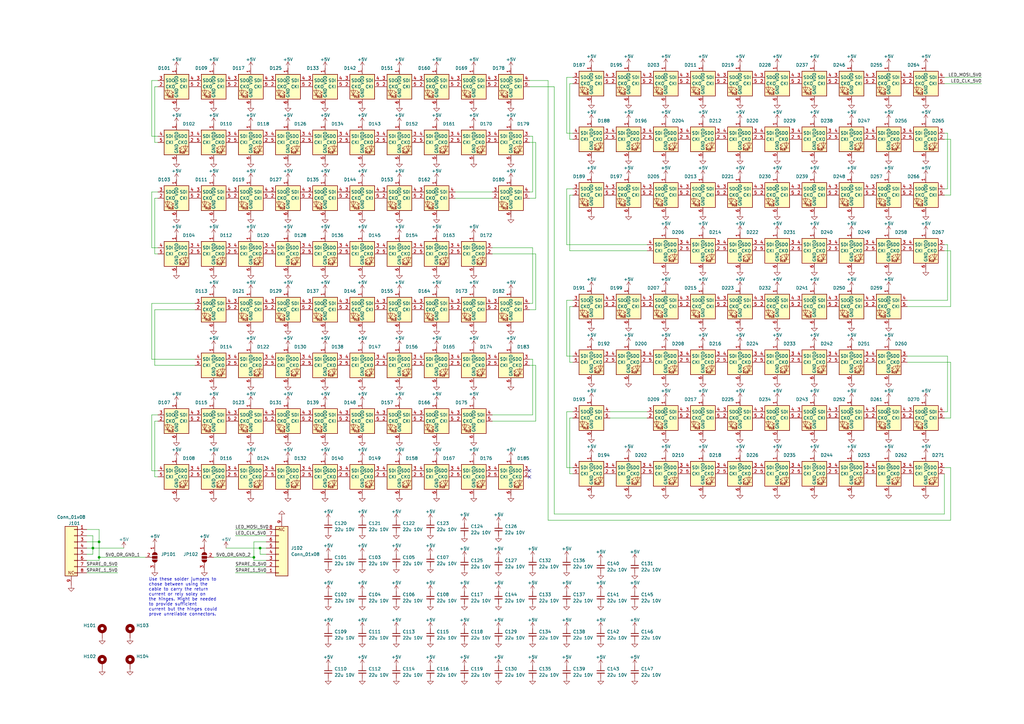
<source format=kicad_sch>
(kicad_sch (version 20211123) (generator eeschema)
  (paper "A3")
  (junction (at 38.1 224.79))
  (junction (at 104.14 228.6))
  (junction (at 40.64 228.6))
  (junction (at 40.64 222.25))
  (junction (at 106.68 224.79))
  (no_connect (at 217.17 193.04))
  (no_connect (at 217.17 195.58))
  (wire (pts (xy 38.1 227.33) (xy 38.1 224.79)))
  (wire (pts (xy 64.77 101.6) (xy 62.23 101.6)))
  (wire (pts (xy 217.17 58.42) (xy 219.71 58.42)))
  (wire (pts (xy 233.68 102.87) (xy 265.43 102.87)))
  (wire (pts (xy 109.22 234.95) (xy 96.52 234.95)))
  (wire (pts (xy 109.22 219.71) (xy 96.52 219.71)))
  (wire (pts (xy 63.5 195.58) (xy 64.77 195.58)))
  (wire (pts (xy 372.11 123.19) (xy 388.62 123.19)))
  (wire (pts (xy 109.22 217.17) (xy 96.52 217.17)))
  (wire (pts (xy 38.1 224.79) (xy 35.56 224.79)))
  (wire (pts (xy 64.77 193.04) (xy 62.23 193.04)))
  (wire (pts (xy 217.17 78.74) (xy 218.44 78.74)))
  (wire (pts (xy 388.62 100.33) (xy 387.35 100.33)))
  (wire (pts (xy 219.71 149.86) (xy 219.71 172.72)))
  (wire (pts (xy 233.68 57.15) (xy 234.95 57.15)))
  (wire (pts (xy 233.68 34.29) (xy 233.68 57.15)))
  (wire (pts (xy 62.23 193.04) (xy 62.23 170.18)))
  (wire (pts (xy 64.77 55.88) (xy 62.23 55.88)))
  (wire (pts (xy 233.68 125.73) (xy 233.68 148.59)))
  (wire (pts (xy 232.41 146.05) (xy 232.41 123.19)))
  (wire (pts (xy 389.89 171.45) (xy 387.35 171.45)))
  (wire (pts (xy 234.95 146.05) (xy 232.41 146.05)))
  (wire (pts (xy 62.23 33.02) (xy 64.77 33.02)))
  (wire (pts (xy 234.95 191.77) (xy 232.41 191.77)))
  (wire (pts (xy 388.62 77.47) (xy 388.62 54.61)))
  (wire (pts (xy 62.23 147.32) (xy 62.23 124.46)))
  (wire (pts (xy 40.64 228.6) (xy 59.69 228.6)))
  (wire (pts (xy 201.93 104.14) (xy 219.71 104.14)))
  (wire (pts (xy 389.89 148.59) (xy 389.89 171.45)))
  (wire (pts (xy 62.23 147.32) (xy 80.01 147.32)))
  (wire (pts (xy 233.68 171.45) (xy 233.68 194.31)))
  (wire (pts (xy 104.14 222.25) (xy 104.14 228.6)))
  (wire (pts (xy 217.17 33.02) (xy 224.79 33.02)))
  (wire (pts (xy 233.68 194.31) (xy 234.95 194.31)))
  (wire (pts (xy 232.41 54.61) (xy 232.41 31.75)))
  (wire (pts (xy 40.64 229.87) (xy 35.56 229.87)))
  (wire (pts (xy 233.68 148.59) (xy 234.95 148.59)))
  (wire (pts (xy 219.71 81.28) (xy 217.17 81.28)))
  (wire (pts (xy 234.95 125.73) (xy 233.68 125.73)))
  (wire (pts (xy 62.23 170.18) (xy 64.77 170.18)))
  (wire (pts (xy 232.41 191.77) (xy 232.41 168.91)))
  (wire (pts (xy 62.23 124.46) (xy 80.01 124.46)))
  (wire (pts (xy 232.41 123.19) (xy 234.95 123.19)))
  (wire (pts (xy 217.17 124.46) (xy 218.44 124.46)))
  (wire (pts (xy 38.1 219.71) (xy 38.1 224.79)))
  (wire (pts (xy 387.35 57.15) (xy 389.89 57.15)))
  (wire (pts (xy 35.56 227.33) (xy 38.1 227.33)))
  (wire (pts (xy 389.89 102.87) (xy 389.89 125.73)))
  (wire (pts (xy 64.77 81.28) (xy 63.5 81.28)))
  (wire (pts (xy 387.35 34.29) (xy 402.59 34.29)))
  (wire (pts (xy 372.11 125.73) (xy 389.89 125.73)))
  (wire (pts (xy 387.35 77.47) (xy 388.62 77.47)))
  (wire (pts (xy 224.79 33.02) (xy 224.79 213.36)))
  (wire (pts (xy 219.71 104.14) (xy 219.71 127)))
  (wire (pts (xy 63.5 127) (xy 80.01 127)))
  (wire (pts (xy 48.26 232.41) (xy 35.56 232.41)))
  (wire (pts (xy 389.89 80.01) (xy 387.35 80.01)))
  (wire (pts (xy 372.11 148.59) (xy 389.89 148.59)))
  (wire (pts (xy 234.95 54.61) (xy 232.41 54.61)))
  (wire (pts (xy 48.26 234.95) (xy 35.56 234.95)))
  (wire (pts (xy 104.14 229.87) (xy 109.22 229.87)))
  (wire (pts (xy 106.68 224.79) (xy 92.71 224.79)))
  (wire (pts (xy 50.8 224.79) (xy 38.1 224.79)))
  (wire (pts (xy 109.22 232.41) (xy 96.52 232.41)))
  (wire (pts (xy 201.93 172.72) (xy 219.71 172.72)))
  (wire (pts (xy 201.93 170.18) (xy 218.44 170.18)))
  (wire (pts (xy 232.41 168.91) (xy 234.95 168.91)))
  (wire (pts (xy 387.35 194.31) (xy 387.35 210.82)))
  (wire (pts (xy 63.5 35.56) (xy 63.5 58.42)))
  (wire (pts (xy 389.89 191.77) (xy 387.35 191.77)))
  (wire (pts (xy 372.11 146.05) (xy 388.62 146.05)))
  (wire (pts (xy 234.95 171.45) (xy 233.68 171.45)))
  (wire (pts (xy 219.71 127) (xy 217.17 127)))
  (wire (pts (xy 64.77 35.56) (xy 63.5 35.56)))
  (wire (pts (xy 232.41 77.47) (xy 234.95 77.47)))
  (wire (pts (xy 109.22 224.79) (xy 106.68 224.79)))
  (wire (pts (xy 63.5 127) (xy 63.5 149.86)))
  (wire (pts (xy 234.95 80.01) (xy 233.68 80.01)))
  (wire (pts (xy 250.19 168.91) (xy 265.43 168.91)))
  (wire (pts (xy 62.23 55.88) (xy 62.23 33.02)))
  (wire (pts (xy 38.1 219.71) (xy 35.56 219.71)))
  (wire (pts (xy 232.41 31.75) (xy 234.95 31.75)))
  (wire (pts (xy 62.23 78.74) (xy 64.77 78.74)))
  (wire (pts (xy 224.79 213.36) (xy 389.89 213.36)))
  (wire (pts (xy 232.41 100.33) (xy 232.41 77.47)))
  (wire (pts (xy 63.5 149.86) (xy 80.01 149.86)))
  (wire (pts (xy 388.62 123.19) (xy 388.62 100.33)))
  (wire (pts (xy 389.89 57.15) (xy 389.89 80.01)))
  (wire (pts (xy 201.93 101.6) (xy 218.44 101.6)))
  (wire (pts (xy 227.33 210.82) (xy 227.33 35.56)))
  (wire (pts (xy 87.63 228.6) (xy 104.14 228.6)))
  (wire (pts (xy 63.5 58.42) (xy 64.77 58.42)))
  (wire (pts (xy 388.62 54.61) (xy 387.35 54.61)))
  (wire (pts (xy 217.17 35.56) (xy 227.33 35.56)))
  (wire (pts (xy 63.5 104.14) (xy 64.77 104.14)))
  (wire (pts (xy 186.69 78.74) (xy 201.93 78.74)))
  (wire (pts (xy 218.44 124.46) (xy 218.44 101.6)))
  (wire (pts (xy 217.17 149.86) (xy 219.71 149.86)))
  (wire (pts (xy 35.56 217.17) (xy 40.64 217.17)))
  (wire (pts (xy 186.69 81.28) (xy 201.93 81.28)))
  (wire (pts (xy 219.71 58.42) (xy 219.71 81.28)))
  (wire (pts (xy 387.35 31.75) (xy 402.59 31.75)))
  (wire (pts (xy 64.77 172.72) (xy 63.5 172.72)))
  (wire (pts (xy 387.35 102.87) (xy 389.89 102.87)))
  (wire (pts (xy 218.44 147.32) (xy 217.17 147.32)))
  (wire (pts (xy 109.22 222.25) (xy 104.14 222.25)))
  (wire (pts (xy 234.95 34.29) (xy 233.68 34.29)))
  (wire (pts (xy 63.5 172.72) (xy 63.5 195.58)))
  (wire (pts (xy 387.35 168.91) (xy 388.62 168.91)))
  (wire (pts (xy 218.44 78.74) (xy 218.44 55.88)))
  (wire (pts (xy 35.56 222.25) (xy 40.64 222.25)))
  (wire (pts (xy 232.41 100.33) (xy 265.43 100.33)))
  (wire (pts (xy 63.5 81.28) (xy 63.5 104.14)))
  (wire (pts (xy 62.23 101.6) (xy 62.23 78.74)))
  (wire (pts (xy 389.89 213.36) (xy 389.89 191.77)))
  (wire (pts (xy 40.64 222.25) (xy 40.64 228.6)))
  (wire (pts (xy 388.62 168.91) (xy 388.62 146.05)))
  (wire (pts (xy 104.14 228.6) (xy 104.14 229.87)))
  (wire (pts (xy 40.64 217.17) (xy 40.64 222.25)))
  (wire (pts (xy 109.22 227.33) (xy 106.68 227.33)))
  (wire (pts (xy 218.44 170.18) (xy 218.44 147.32)))
  (wire (pts (xy 233.68 80.01) (xy 233.68 102.87)))
  (wire (pts (xy 106.68 227.33) (xy 106.68 224.79)))
  (wire (pts (xy 250.19 171.45) (xy 265.43 171.45)))
  (wire (pts (xy 218.44 55.88) (xy 217.17 55.88)))
  (wire (pts (xy 227.33 210.82) (xy 387.35 210.82)))
  (wire (pts (xy 40.64 228.6) (xy 40.64 229.87)))
  (text "Use these solder jumpers to\nchose between using the\ncable to carry the return\ncurrent or rely soley on\nthe hinges. Might be needed\nto provide sufficient\ncurrent but the hinges could\nprove unreliable connectors." (at 60.96 252.73 0) (effects (font (size 1.27 1.27)) (justify left bottom)))
  (label "SPARE_1_5V0" (at 96.52 234.95 0))
  (label "LED_MOSI_5V0" (at 402.59 31.75 180))
  (label "SPARE_1_5V0" (at 48.26 234.95 180))
  (label "5V0_OR_GND_1" (at 43.18 228.6 0))
  (label "5V0_OR_GND_2" (at 102.87 228.6 180))
  (label "LED_CLK_5V0" (at 96.52 219.71 0))
  (label "LED_CLK_5V0" (at 402.59 34.29 180))
  (label "SPARE_0_5V0" (at 48.26 232.41 180))
  (label "SPARE_0_5V0" (at 96.52 232.41 0))
  (label "LED_MOSI_5V0" (at 96.52 217.17 0))
  (symbol (lib_id "LED:APA102-2020") (at 148.59 58.42 0) (unit 1)
    (property "Reference" "D143" (at 156.21 50.8 0) (effects (justify right)))
    (property "Value" "APA102-2020" (effects hide))
    (property "Footprint" "rave_shades:LED-APA102-2020" (effects hide))
    (property "Datasheet" "http://www.led-color.com/upload/201604/APA102-2020%20SMD%20LED.pdf" (effects hide))
  )
  (symbol (lib_id "power:+5V") (at 209.55 73.66 0) (mirror y) (unit 1)
    (property "Reference" "#PWR0161" (effects hide))
    (property "Value" "+5V" (at 209.55 70.104 0))
  )
  (symbol (lib_id "power:GND") (at 334.01 87.63 0) (mirror y) (unit 1)
    (property "Reference" "#PWR0327" (effects hide))
    (property "Value" "GND" (effects hide))
  )
  (symbol (lib_id "LED:APA102-2020") (at 257.81 57.15 0) (unit 1)
    (property "Reference" "D196" (at 265.43 49.53 0) (effects (justify right)))
    (property "Value" "APA102-2020" (effects hide))
    (property "Footprint" "rave_shades:LED-APA102-2020" (effects hide))
    (property "Datasheet" "http://www.led-color.com/upload/201604/APA102-2020%20SMD%20LED.pdf" (effects hide))
  )
  (symbol (lib_id "power:GND") (at 218.44 233.68 0) (mirror y) (unit 1)
    (property "Reference" "#PWR0486" (effects hide))
    (property "Value" "GND" (effects hide))
  )
  (symbol (lib_id "LED:APA102-2020") (at 194.31 195.58 0) (unit 1)
    (property "Reference" "D176" (at 201.93 187.96 0) (effects (justify right)))
    (property "Value" "APA102-2020" (effects hide))
    (property "Footprint" "rave_shades:LED-APA102-2020" (effects hide))
    (property "Datasheet" "http://www.led-color.com/upload/201604/APA102-2020%20SMD%20LED.pdf" (effects hide))
  )
  (symbol (lib_id "power:GND") (at 349.25 41.91 0) (mirror y) (unit 1)
    (property "Reference" "#PWR0303" (effects hide))
    (property "Value" "GND" (effects hide))
  )
  (symbol (lib_id "power:+5V") (at 133.35 165.1 0) (mirror y) (unit 1)
    (property "Reference" "#PWR0399" (effects hide))
    (property "Value" "+5V" (at 133.35 161.544 0))
  )
  (symbol (lib_id "power:+5V") (at 257.81 49.53 0) (unit 1)
    (property "Reference" "#PWR0125" (effects hide))
    (property "Value" "+5V" (at 257.81 45.974 0))
  )
  (symbol (lib_id "power:+5V") (at 204.47 214.63 0) (mirror y) (unit 1)
    (property "Reference" "#PWR0494" (effects hide))
    (property "Value" "+5V" (at 204.47 211.074 0))
  )
  (symbol (lib_id "Device:C_Small") (at 218.44 231.14 0) (unit 1)
    (property "Reference" "C132" (at 220.98 229.8762 0) (effects (justify left)))
    (property "Value" "22u 10V" (at 220.98 232.4162 0) (effects (justify left)))
    (property "Footprint" "Capacitor_SMD:C_0603_1608Metric" (effects hide))
    (property "Item Link" "https://www.digikey.com.au/en/products/detail/murata-electronics/GRM188R61A226ME15J/6605932" (effects hide))
  )
  (symbol (lib_id "power:GND") (at 288.29 110.49 0) (unit 1)
    (property "Reference" "#PWR0289" (effects hide))
    (property "Value" "GND" (effects hide))
  )
  (symbol (lib_id "LED:APA102-2020") (at 179.07 81.28 0) (mirror y) (unit 1)
    (property "Reference" "D162" (at 171.45 73.66 0) (effects (justify right)))
    (property "Value" "APA102-2020" (effects hide))
    (property "Footprint" "rave_shades:LED-APA102-2020" (effects hide))
    (property "Datasheet" "http://www.led-color.com/upload/201604/APA102-2020%20SMD%20LED.pdf" (effects hide))
  )
  (symbol (lib_id "power:GND") (at 364.49 41.91 0) (mirror y) (unit 1)
    (property "Reference" "#PWR0257" (effects hide))
    (property "Value" "GND" (effects hide))
  )
  (symbol (lib_id "power:GND") (at 134.62 247.65 0) (mirror y) (unit 1)
    (property "Reference" "#PWR0419" (effects hide))
    (property "Value" "GND" (effects hide))
  )
  (symbol (lib_id "power:+5V") (at 273.05 186.69 0) (unit 1)
    (property "Reference" "#PWR0114" (effects hide))
    (property "Value" "+5V" (at 273.05 183.134 0))
  )
  (symbol (lib_id "Device:C_Small") (at 204.47 275.59 0) (unit 1)
    (property "Reference" "C130" (at 207.01 274.3262 0) (effects (justify left)))
    (property "Value" "22u 10V" (at 207.01 276.8662 0) (effects (justify left)))
    (property "Footprint" "Capacitor_SMD:C_0603_1608Metric" (effects hide))
    (property "Item Link" "https://www.digikey.com.au/en/products/detail/murata-electronics/GRM188R61A226ME15J/6605932" (effects hide))
  )
  (symbol (lib_id "power:+5V") (at 133.35 187.96 0) (unit 1)
    (property "Reference" "#PWR0392" (effects hide))
    (property "Value" "+5V" (at 133.35 184.404 0))
  )
  (symbol (lib_id "LED:APA102-2020") (at 72.39 58.42 0) (unit 1)
    (property "Reference" "D102" (at 80.01 50.8 0) (effects (justify right)))
    (property "Value" "APA102-2020" (effects hide))
    (property "Footprint" "rave_shades:LED-APA102-2020" (effects hide))
    (property "Datasheet" "http://www.led-color.com/upload/201604/APA102-2020%20SMD%20LED.pdf" (effects hide))
  )
  (symbol (lib_id "power:GND") (at 162.56 262.89 0) (mirror y) (unit 1)
    (property "Reference" "#PWR0265" (effects hide))
    (property "Value" "GND" (effects hide))
  )
  (symbol (lib_id "power:GND") (at 318.77 110.49 0) (unit 1)
    (property "Reference" "#PWR0291" (effects hide))
    (property "Value" "GND" (effects hide))
  )
  (symbol (lib_id "LED:APA102-2020") (at 303.53 125.73 0) (mirror y) (unit 1)
    (property "Reference" "D223" (at 295.91 118.11 0) (effects (justify right)))
    (property "Value" "APA102-2020" (effects hide))
    (property "Footprint" "rave_shades:LED-APA102-2020" (effects hide))
    (property "Datasheet" "http://www.led-color.com/upload/201604/APA102-2020%20SMD%20LED.pdf" (effects hide))
  )
  (symbol (lib_id "power:GND") (at 72.39 88.9 0) (mirror y) (unit 1)
    (property "Reference" "#PWR0230" (effects hide))
    (property "Value" "GND" (effects hide))
  )
  (symbol (lib_id "LED:APA102-2020") (at 242.57 125.73 0) (mirror y) (unit 1)
    (property "Reference" "D191" (at 234.95 118.11 0) (effects (justify right)))
    (property "Value" "APA102-2020" (effects hide))
    (property "Footprint" "rave_shades:LED-APA102-2020" (effects hide))
    (property "Datasheet" "http://www.led-color.com/upload/201604/APA102-2020%20SMD%20LED.pdf" (effects hide))
  )
  (symbol (lib_id "Mechanical:MountingHole_Pad") (at 53.34 271.78 0) (unit 1)
    (property "Reference" "H104" (at 55.88 269.2399 0) (effects (justify left)))
    (property "Value" "MountingHole_Pad" (effects hide))
    (property "Footprint" "rave_shades:M1.4 Mounting Hole" (effects hide))
  )
  (symbol (lib_id "power:GND") (at 148.59 66.04 0) (unit 1)
    (property "Reference" "#PWR0155" (effects hide))
    (property "Value" "GND" (effects hide))
  )
  (symbol (lib_id "LED:APA102-2020") (at 72.39 104.14 0) (unit 1)
    (property "Reference" "D104" (at 80.01 96.52 0) (effects (justify right)))
    (property "Value" "APA102-2020" (effects hide))
    (property "Footprint" "rave_shades:LED-APA102-2020" (effects hide))
    (property "Datasheet" "http://www.led-color.com/upload/201604/APA102-2020%20SMD%20LED.pdf" (effects hide))
  )
  (symbol (lib_id "power:+5V") (at 242.57 72.39 0) (mirror y) (unit 1)
    (property "Reference" "#PWR0136" (effects hide))
    (property "Value" "+5V" (at 242.57 68.834 0))
  )
  (symbol (lib_id "power:GND") (at 133.35 134.62 0) (mirror y) (unit 1)
    (property "Reference" "#PWR0386" (effects hide))
    (property "Value" "GND" (effects hide))
  )
  (symbol (lib_id "Device:C_Small") (at 246.38 245.11 0) (unit 1)
    (property "Reference" "C141" (at 248.92 243.8462 0) (effects (justify left)))
    (property "Value" "22u 10V" (at 248.92 246.3862 0) (effects (justify left)))
    (property "Footprint" "Capacitor_SMD:C_0603_1608Metric" (effects hide))
    (property "Item Link" "https://www.digikey.com.au/en/products/detail/murata-electronics/GRM188R61A226ME15J/6605932" (effects hide))
  )
  (symbol (lib_id "power:GND") (at 242.57 201.93 0) (unit 1)
    (property "Reference" "#PWR0181" (effects hide))
    (property "Value" "GND" (effects hide))
  )
  (symbol (lib_id "LED:APA102-2020") (at 288.29 102.87 0) (unit 1)
    (property "Reference" "D214" (at 295.91 95.25 0) (effects (justify right)))
    (property "Value" "APA102-2020" (effects hide))
    (property "Footprint" "rave_shades:LED-APA102-2020" (effects hide))
    (property "Datasheet" "http://www.led-color.com/upload/201604/APA102-2020%20SMD%20LED.pdf" (effects hide))
  )
  (symbol (lib_id "power:+5V") (at 209.55 27.94 0) (mirror y) (unit 1)
    (property "Reference" "#PWR0130" (effects hide))
    (property "Value" "+5V" (at 209.55 24.384 0))
  )
  (symbol (lib_id "power:GND") (at 209.55 203.2 0) (unit 1)
    (property "Reference" "#PWR0184" (effects hide))
    (property "Value" "GND" (effects hide))
  )
  (symbol (lib_id "power:+5V") (at 318.77 186.69 0) (unit 1)
    (property "Reference" "#PWR0341" (effects hide))
    (property "Value" "+5V" (at 318.77 183.134 0))
  )
  (symbol (lib_id "power:GND") (at 133.35 43.18 0) (mirror y) (unit 1)
    (property "Reference" "#PWR0207" (effects hide))
    (property "Value" "GND" (effects hide))
  )
  (symbol (lib_id "Jumper:SolderJumper_3_Open") (at 63.5 228.6 270) (unit 1)
    (property "Reference" "JP101" (at 66.04 227.3299 90) (effects (justify left)))
    (property "Value" "SolderJumper_3_Open" (effects hide))
    (property "Footprint" "Jumper:SolderJumper-3_P1.3mm_Open_Pad1.0x1.5mm" (effects hide))
  )
  (symbol (lib_id "power:+5V") (at 242.57 163.83 0) (mirror y) (unit 1)
    (property "Reference" "#PWR0185" (effects hide))
    (property "Value" "+5V" (at 242.57 160.274 0))
  )
  (symbol (lib_id "power:+5V") (at 87.63 96.52 0) (unit 1)
    (property "Reference" "#PWR0232" (effects hide))
    (property "Value" "+5V" (at 87.63 92.964 0))
  )
  (symbol (lib_id "power:+5V") (at 246.38 242.57 0) (mirror y) (unit 1)
    (property "Reference" "#PWR0401" (effects hide))
    (property "Value" "+5V" (at 246.38 239.014 0))
  )
  (symbol (lib_id "power:+5V") (at 273.05 72.39 0) (mirror y) (unit 1)
    (property "Reference" "#PWR0122" (effects hide))
    (property "Value" "+5V" (at 273.05 68.834 0))
  )
  (symbol (lib_id "power:GND") (at 190.5 219.71 0) (mirror y) (unit 1)
    (property "Reference" "#PWR0506" (effects hide))
    (property "Value" "GND" (effects hide))
  )
  (symbol (lib_id "LED:APA102-2020") (at 303.53 80.01 0) (mirror y) (unit 1)
    (property "Reference" "D221" (at 295.91 72.39 0) (effects (justify right)))
    (property "Value" "APA102-2020" (effects hide))
    (property "Footprint" "rave_shades:LED-APA102-2020" (effects hide))
    (property "Datasheet" "http://www.led-color.com/upload/201604/APA102-2020%20SMD%20LED.pdf" (effects hide))
  )
  (symbol (lib_id "LED:APA102-2020") (at 102.87 149.86 0) (unit 1)
    (property "Reference" "D122" (at 110.49 142.24 0) (effects (justify right)))
    (property "Value" "APA102-2020" (effects hide))
    (property "Footprint" "rave_shades:LED-APA102-2020" (effects hide))
    (property "Datasheet" "http://www.led-color.com/upload/201604/APA102-2020%20SMD%20LED.pdf" (effects hide))
  )
  (symbol (lib_id "power:+5V") (at 242.57 118.11 0) (mirror y) (unit 1)
    (property "Reference" "#PWR0105" (effects hide))
    (property "Value" "+5V" (at 242.57 114.554 0))
  )
  (symbol (lib_id "power:+5V") (at 242.57 49.53 0) (unit 1)
    (property "Reference" "#PWR0126" (effects hide))
    (property "Value" "+5V" (at 242.57 45.974 0))
  )
  (symbol (lib_id "LED:APA102-2020") (at 209.55 127 0) (mirror y) (unit 1)
    (property "Reference" "D182" (at 201.93 119.38 0) (effects (justify right)))
    (property "Value" "APA102-2020" (effects hide))
    (property "Footprint" "rave_shades:LED-APA102-2020" (effects hide))
    (property "Datasheet" "http://www.led-color.com/upload/201604/APA102-2020%20SMD%20LED.pdf" (effects hide))
  )
  (symbol (lib_id "LED:APA102-2020") (at 242.57 148.59 0) (unit 1)
    (property "Reference" "D192" (at 250.19 140.97 0) (effects (justify right)))
    (property "Value" "APA102-2020" (effects hide))
    (property "Footprint" "rave_shades:LED-APA102-2020" (effects hide))
    (property "Datasheet" "http://www.led-color.com/upload/201604/APA102-2020%20SMD%20LED.pdf" (effects hide))
  )
  (symbol (lib_id "power:+5V") (at 232.41 228.6 0) (mirror y) (unit 1)
    (property "Reference" "#PWR0489" (effects hide))
    (property "Value" "+5V" (at 232.41 225.044 0))
  )
  (symbol (lib_id "power:+5V") (at 260.35 257.81 0) (mirror y) (unit 1)
    (property "Reference" "#PWR0443" (effects hide))
    (property "Value" "+5V" (at 260.35 254.254 0))
  )
  (symbol (lib_id "LED:APA102-2020") (at 364.49 34.29 0) (mirror y) (unit 1)
    (property "Reference" "D255" (at 356.87 26.67 0) (effects (justify right)))
    (property "Value" "APA102-2020" (effects hide))
    (property "Footprint" "rave_shades:LED-APA102-2020" (effects hide))
    (property "Datasheet" "http://www.led-color.com/upload/201604/APA102-2020%20SMD%20LED.pdf" (effects hide))
  )
  (symbol (lib_id "LED:APA102-2020") (at 303.53 102.87 0) (unit 1)
    (property "Reference" "D222" (at 311.15 95.25 0) (effects (justify right)))
    (property "Value" "APA102-2020" (effects hide))
    (property "Footprint" "rave_shades:LED-APA102-2020" (effects hide))
    (property "Datasheet" "http://www.led-color.com/upload/201604/APA102-2020%20SMD%20LED.pdf" (effects hide))
  )
  (symbol (lib_id "power:+5V") (at 364.49 186.69 0) (unit 1)
    (property "Reference" "#PWR0267" (effects hide))
    (property "Value" "+5V" (at 364.49 183.134 0))
  )
  (symbol (lib_id "power:+5V") (at 209.55 187.96 0) (unit 1)
    (property "Reference" "#PWR0194" (effects hide))
    (property "Value" "+5V" (at 209.55 184.404 0))
  )
  (symbol (lib_id "LED:APA102-2020") (at 334.01 171.45 0) (mirror y) (unit 1)
    (property "Reference" "D243" (at 326.39 163.83 0) (effects (justify right)))
    (property "Value" "APA102-2020" (effects hide))
    (property "Footprint" "rave_shades:LED-APA102-2020" (effects hide))
    (property "Datasheet" "http://www.led-color.com/upload/201604/APA102-2020%20SMD%20LED.pdf" (effects hide))
  )
  (symbol (lib_id "power:+5V") (at 133.35 119.38 0) (mirror y) (unit 1)
    (property "Reference" "#PWR0384" (effects hide))
    (property "Value" "+5V" (at 133.35 115.824 0))
  )
  (symbol (lib_id "power:+5V") (at 209.55 142.24 0) (unit 1)
    (property "Reference" "#PWR0364" (effects hide))
    (property "Value" "+5V" (at 209.55 138.684 0))
  )
  (symbol (lib_id "power:+5V") (at 318.77 163.83 0) (mirror y) (unit 1)
    (property "Reference" "#PWR0334" (effects hide))
    (property "Value" "+5V" (at 318.77 160.274 0))
  )
  (symbol (lib_id "LED:APA102-2020") (at 163.83 149.86 0) (unit 1)
    (property "Reference" "D156" (at 171.45 142.24 0) (effects (justify right)))
    (property "Value" "APA102-2020" (effects hide))
    (property "Footprint" "rave_shades:LED-APA102-2020" (effects hide))
    (property "Datasheet" "http://www.led-color.com/upload/201604/APA102-2020%20SMD%20LED.pdf" (effects hide))
  )
  (symbol (lib_id "LED:APA102-2020") (at 379.73 194.31 0) (unit 1)
    (property "Reference" "D271" (at 387.35 186.69 0) (effects (justify right)))
    (property "Value" "APA102-2020" (effects hide))
    (property "Footprint" "rave_shades:LED-APA102-2020" (effects hide))
    (property "Datasheet" "http://www.led-color.com/upload/201604/APA102-2020%20SMD%20LED.pdf" (effects hide))
  )
  (symbol (lib_id "power:+5V") (at 148.59 227.33 0) (mirror y) (unit 1)
    (property "Reference" "#PWR0461" (effects hide))
    (property "Value" "+5V" (at 148.59 223.774 0))
  )
  (symbol (lib_id "LED:APA102-2020") (at 379.73 57.15 0) (unit 1)
    (property "Reference" "D265" (at 387.35 49.53 0) (effects (justify right)))
    (property "Value" "APA102-2020" (effects hide))
    (property "Footprint" "rave_shades:LED-APA102-2020" (effects hide))
    (property "Datasheet" "http://www.led-color.com/upload/201604/APA102-2020%20SMD%20LED.pdf" (effects hide))
  )
  (symbol (lib_id "power:GND") (at 102.87 157.48 0) (unit 1)
    (property "Reference" "#PWR0433" (effects hide))
    (property "Value" "GND" (effects hide))
  )
  (symbol (lib_id "power:GND") (at 288.29 156.21 0) (unit 1)
    (property "Reference" "#PWR0343" (effects hide))
    (property "Value" "GND" (effects hide))
  )
  (symbol (lib_id "LED:APA102-2020") (at 163.83 172.72 0) (mirror y) (unit 1)
    (property "Reference" "D157" (at 156.21 165.1 0) (effects (justify right)))
    (property "Value" "APA102-2020" (effects hide))
    (property "Footprint" "rave_shades:LED-APA102-2020" (effects hide))
    (property "Datasheet" "http://www.led-color.com/upload/201604/APA102-2020%20SMD%20LED.pdf" (effects hide))
  )
  (symbol (lib_id "Device:C_Small") (at 204.47 245.11 0) (unit 1)
    (property "Reference" "C144" (at 207.01 243.8462 0) (effects (justify left)))
    (property "Value" "22u 10V" (at 207.01 246.3862 0) (effects (justify left)))
    (property "Footprint" "Capacitor_SMD:C_0603_1608Metric" (effects hide))
    (property "Item Link" "https://www.digikey.com.au/en/products/detail/murata-electronics/GRM188R61A226ME15J/6605932" (effects hide))
  )
  (symbol (lib_id "LED:APA102-2020") (at 148.59 195.58 0) (unit 1)
    (property "Reference" "D149" (at 156.21 187.96 0) (effects (justify right)))
    (property "Value" "APA102-2020" (effects hide))
    (property "Footprint" "rave_shades:LED-APA102-2020" (effects hide))
    (property "Datasheet" "http://www.led-color.com/upload/201604/APA102-2020%20SMD%20LED.pdf" (effects hide))
  )
  (symbol (lib_id "LED:APA102-2020") (at 257.81 125.73 0) (mirror y) (unit 1)
    (property "Reference" "D199" (at 250.19 118.11 0) (effects (justify right)))
    (property "Value" "APA102-2020" (effects hide))
    (property "Footprint" "rave_shades:LED-APA102-2020" (effects hide))
    (property "Datasheet" "http://www.led-color.com/upload/201604/APA102-2020%20SMD%20LED.pdf" (effects hide))
  )
  (symbol (lib_id "power:+5V") (at 349.25 95.25 0) (unit 1)
    (property "Reference" "#PWR0326" (effects hide))
    (property "Value" "+5V" (at 349.25 91.694 0))
  )
  (symbol (lib_id "LED:APA102-2020") (at 349.25 125.73 0) (mirror y) (unit 1)
    (property "Reference" "D250" (at 341.63 118.11 0) (effects (justify right)))
    (property "Value" "APA102-2020" (effects hide))
    (property "Footprint" "rave_shades:LED-APA102-2020" (effects hide))
    (property "Datasheet" "http://www.led-color.com/upload/201604/APA102-2020%20SMD%20LED.pdf" (effects hide))
  )
  (symbol (lib_id "power:GND") (at 179.07 157.48 0) (unit 1)
    (property "Reference" "#PWR0380" (effects hide))
    (property "Value" "GND" (effects hide))
  )
  (symbol (lib_id "power:GND") (at 273.05 156.21 0) (unit 1)
    (property "Reference" "#PWR0107" (effects hide))
    (property "Value" "GND" (effects hide))
  )
  (symbol (lib_id "power:GND") (at 204.47 278.13 0) (mirror y) (unit 1)
    (property "Reference" "#PWR0474" (effects hide))
    (property "Value" "GND" (effects hide))
  )
  (symbol (lib_id "power:+5V") (at 318.77 72.39 0) (mirror y) (unit 1)
    (property "Reference" "#PWR0298" (effects hide))
    (property "Value" "+5V" (at 318.77 68.834 0))
  )
  (symbol (lib_id "power:+5V") (at 87.63 27.94 0) (mirror y) (unit 1)
    (property "Reference" "#PWR0237" (effects hide))
    (property "Value" "+5V" (at 87.63 24.384 0))
  )
  (symbol (lib_id "power:+5V") (at 273.05 163.83 0) (mirror y) (unit 1)
    (property "Reference" "#PWR0109" (effects hide))
    (property "Value" "+5V" (at 273.05 160.274 0))
  )
  (symbol (lib_id "power:+5V") (at 176.53 257.81 0) (mirror y) (unit 1)
    (property "Reference" "#PWR0276" (effects hide))
    (property "Value" "+5V" (at 176.53 254.254 0))
  )
  (symbol (lib_id "Device:C_Small") (at 260.35 232.41 0) (unit 1)
    (property "Reference" "C131" (at 262.89 231.1462 0) (effects (justify left)))
    (property "Value" "22u 10V" (at 262.89 233.6862 0) (effects (justify left)))
    (property "Footprint" "Capacitor_SMD:C_0603_1608Metric" (effects hide))
    (property "Item Link" "https://www.digikey.com.au/en/products/detail/murata-electronics/GRM188R61A226ME15J/6605932" (effects hide))
  )
  (symbol (lib_id "Device:C_Small") (at 148.59 229.87 0) (unit 1)
    (property "Reference" "C103" (at 151.13 228.6062 0) (effects (justify left)))
    (property "Value" "22u 10V" (at 151.13 231.1462 0) (effects (justify left)))
    (property "Footprint" "Capacitor_SMD:C_0603_1608Metric" (effects hide))
    (property "Item Link" "https://www.digikey.com.au/en/products/detail/murata-electronics/GRM188R61A226ME15J/6605932" (effects hide))
  )
  (symbol (lib_id "power:+5V") (at 72.39 73.66 0) (mirror y) (unit 1)
    (property "Reference" "#PWR0225" (effects hide))
    (property "Value" "+5V" (at 72.39 70.104 0))
  )
  (symbol (lib_id "LED:APA102-2020") (at 72.39 172.72 0) (mirror y) (unit 1)
    (property "Reference" "D107" (at 64.77 165.1 0) (effects (justify right)))
    (property "Value" "APA102-2020" (effects hide))
    (property "Footprint" "rave_shades:LED-APA102-2020" (effects hide))
    (property "Datasheet" "http://www.led-color.com/upload/201604/APA102-2020%20SMD%20LED.pdf" (effects hide))
  )
  (symbol (lib_id "power:+5V") (at 163.83 187.96 0) (unit 1)
    (property "Reference" "#PWR0390" (effects hide))
    (property "Value" "+5V" (at 163.83 184.404 0))
  )
  (symbol (lib_id "power:GND") (at 349.25 133.35 0) (mirror y) (unit 1)
    (property "Reference" "#PWR0359" (effects hide))
    (property "Value" "GND" (effects hide))
  )
  (symbol (lib_id "LED:APA102-2020") (at 288.29 57.15 0) (unit 1)
    (property "Reference" "D212" (at 295.91 49.53 0) (effects (justify right)))
    (property "Value" "APA102-2020" (effects hide))
    (property "Footprint" "rave_shades:LED-APA102-2020" (effects hide))
    (property "Datasheet" "http://www.led-color.com/upload/201604/APA102-2020%20SMD%20LED.pdf" (effects hide))
  )
  (symbol (lib_id "power:GND") (at 364.49 179.07 0) (mirror y) (unit 1)
    (property "Reference" "#PWR0270" (effects hide))
    (property "Value" "GND" (effects hide))
  )
  (symbol (lib_id "power:GND") (at 379.73 64.77 0) (unit 1)
    (property "Reference" "#PWR0256" (effects hide))
    (property "Value" "GND" (effects hide))
  )
  (symbol (lib_id "power:GND") (at 29.21 240.03 0) (mirror y) (unit 1)
    (property "Reference" "#PWR0465" (effects hide))
    (property "Value" "GND" (effects hide))
  )
  (symbol (lib_id "power:+5V") (at 134.62 242.57 0) (mirror y) (unit 1)
    (property "Reference" "#PWR0420" (effects hide))
    (property "Value" "+5V" (at 134.62 239.014 0))
  )
  (symbol (lib_id "power:GND") (at 190.5 262.89 0) (mirror y) (unit 1)
    (property "Reference" "#PWR0313" (effects hide))
    (property "Value" "GND" (effects hide))
  )
  (symbol (lib_id "LED:APA102-2020") (at 318.77 194.31 0) (unit 1)
    (property "Reference" "D235" (at 326.39 186.69 0) (effects (justify right)))
    (property "Value" "APA102-2020" (effects hide))
    (property "Footprint" "rave_shades:LED-APA102-2020" (effects hide))
    (property "Datasheet" "http://www.led-color.com/upload/201604/APA102-2020%20SMD%20LED.pdf" (effects hide))
  )
  (symbol (lib_id "LED:APA102-2020") (at 148.59 149.86 0) (unit 1)
    (property "Reference" "D147" (at 156.21 142.24 0) (effects (justify right)))
    (property "Value" "APA102-2020" (effects hide))
    (property "Footprint" "rave_shades:LED-APA102-2020" (effects hide))
    (property "Datasheet" "http://www.led-color.com/upload/201604/APA102-2020%20SMD%20LED.pdf" (effects hide))
  )
  (symbol (lib_id "power:+5V") (at 87.63 50.8 0) (unit 1)
    (property "Reference" "#PWR0226" (effects hide))
    (property "Value" "+5V" (at 87.63 47.244 0))
  )
  (symbol (lib_id "power:+5V") (at 148.59 213.36 0) (mirror y) (unit 1)
    (property "Reference" "#PWR0499" (effects hide))
    (property "Value" "+5V" (at 148.59 209.804 0))
  )
  (symbol (lib_id "power:+5V") (at 204.47 242.57 0) (mirror y) (unit 1)
    (property "Reference" "#PWR0471" (effects hide))
    (property "Value" "+5V" (at 204.47 239.014 0))
  )
  (symbol (lib_id "power:+5V") (at 118.11 27.94 0) (mirror y) (unit 1)
    (property "Reference" "#PWR0219" (effects hide))
    (property "Value" "+5V" (at 118.11 24.384 0))
  )
  (symbol (lib_id "LED:APA102-2020") (at 273.05 102.87 0) (unit 1)
    (property "Reference" "D206" (at 280.67 95.25 0) (effects (justify right)))
    (property "Value" "APA102-2020" (effects hide))
    (property "Footprint" "rave_shades:LED-APA102-2020" (effects hide))
    (property "Datasheet" "http://www.led-color.com/upload/201604/APA102-2020%20SMD%20LED.pdf" (effects hide))
  )
  (symbol (lib_id "power:+5V") (at 118.11 119.38 0) (mirror y) (unit 1)
    (property "Reference" "#PWR0428" (effects hide))
    (property "Value" "+5V" (at 118.11 115.824 0))
  )
  (symbol (lib_id "LED:APA102-2020") (at 318.77 148.59 0) (unit 1)
    (property "Reference" "D233" (at 326.39 140.97 0) (effects (justify right)))
    (property "Value" "APA102-2020" (effects hide))
    (property "Footprint" "rave_shades:LED-APA102-2020" (effects hide))
    (property "Datasheet" "http://www.led-color.com/upload/201604/APA102-2020%20SMD%20LED.pdf" (effects hide))
  )
  (symbol (lib_id "LED:APA102-2020") (at 209.55 81.28 0) (mirror y) (unit 1)
    (property "Reference" "D180" (at 201.93 73.66 0) (effects (justify right)))
    (property "Value" "APA102-2020" (effects hide))
    (property "Footprint" "rave_shades:LED-APA102-2020" (effects hide))
    (property "Datasheet" "http://www.led-color.com/upload/201604/APA102-2020%20SMD%20LED.pdf" (effects hide))
  )
  (symbol (lib_id "LED:APA102-2020") (at 194.31 172.72 0) (mirror y) (unit 1)
    (property "Reference" "D175" (at 186.69 165.1 0) (effects (justify right)))
    (property "Value" "APA102-2020" (effects hide))
    (property "Footprint" "rave_shades:LED-APA102-2020" (effects hide))
    (property "Datasheet" "http://www.led-color.com/upload/201604/APA102-2020%20SMD%20LED.pdf" (effects hide))
  )
  (symbol (lib_id "power:+5V") (at 288.29 186.69 0) (unit 1)
    (property "Reference" "#PWR0339" (effects hide))
    (property "Value" "+5V" (at 288.29 183.134 0))
  )
  (symbol (lib_id "power:+5V") (at 179.07 119.38 0) (mirror y) (unit 1)
    (property "Reference" "#PWR0171" (effects hide))
    (property "Value" "+5V" (at 179.07 115.824 0))
  )
  (symbol (lib_id "LED:APA102-2020") (at 163.83 81.28 0) (mirror y) (unit 1)
    (property "Reference" "D153" (at 156.21 73.66 0) (effects (justify right)))
    (property "Value" "APA102-2020" (effects hide))
    (property "Footprint" "rave_shades:LED-APA102-2020" (effects hide))
    (property "Datasheet" "http://www.led-color.com/upload/201604/APA102-2020%20SMD%20LED.pdf" (effects hide))
  )
  (symbol (lib_id "power:GND") (at 242.57 64.77 0) (unit 1)
    (property "Reference" "#PWR0128" (effects hide))
    (property "Value" "GND" (effects hide))
  )
  (symbol (lib_id "power:+5V") (at 232.41 242.57 0) (mirror y) (unit 1)
    (property "Reference" "#PWR0404" (effects hide))
    (property "Value" "+5V" (at 232.41 239.014 0))
  )
  (symbol (lib_id "power:+5V") (at 257.81 140.97 0) (unit 1)
    (property "Reference" "#PWR0140" (effects hide))
    (property "Value" "+5V" (at 257.81 137.414 0))
  )
  (symbol (lib_id "LED:APA102-2020") (at 72.39 81.28 0) (mirror y) (unit 1)
    (property "Reference" "D103" (at 64.77 73.66 0) (effects (justify right)))
    (property "Value" "APA102-2020" (effects hide))
    (property "Footprint" "rave_shades:LED-APA102-2020" (effects hide))
    (property "Datasheet" "http://www.led-color.com/upload/201604/APA102-2020%20SMD%20LED.pdf" (effects hide))
  )
  (symbol (lib_id "power:GND") (at 133.35 111.76 0) (unit 1)
    (property "Reference" "#PWR0196" (effects hide))
    (property "Value" "GND" (effects hide))
  )
  (symbol (lib_id "LED:APA102-2020") (at 133.35 127 0) (mirror y) (unit 1)
    (property "Reference" "D137" (at 125.73 119.38 0) (effects (justify right)))
    (property "Value" "APA102-2020" (effects hide))
    (property "Footprint" "rave_shades:LED-APA102-2020" (effects hide))
    (property "Datasheet" "http://www.led-color.com/upload/201604/APA102-2020%20SMD%20LED.pdf" (effects hide))
  )
  (symbol (lib_id "power:GND") (at 204.47 247.65 0) (mirror y) (unit 1)
    (property "Reference" "#PWR0470" (effects hide))
    (property "Value" "GND" (effects hide))
  )
  (symbol (lib_id "LED:APA102-2020") (at 318.77 125.73 0) (mirror y) (unit 1)
    (property "Reference" "D232" (at 311.15 118.11 0) (effects (justify right)))
    (property "Value" "APA102-2020" (effects hide))
    (property "Footprint" "rave_shades:LED-APA102-2020" (effects hide))
    (property "Datasheet" "http://www.led-color.com/upload/201604/APA102-2020%20SMD%20LED.pdf" (effects hide))
  )
  (symbol (lib_id "power:+5V") (at 242.57 186.69 0) (unit 1)
    (property "Reference" "#PWR0183" (effects hide))
    (property "Value" "+5V" (at 242.57 183.134 0))
  )
  (symbol (lib_id "power:GND") (at 273.05 110.49 0) (unit 1)
    (property "Reference" "#PWR0133" (effects hide))
    (property "Value" "GND" (effects hide))
  )
  (symbol (lib_id "power:GND") (at 334.01 156.21 0) (unit 1)
    (property "Reference" "#PWR0336" (effects hide))
    (property "Value" "GND" (effects hide))
  )
  (symbol (lib_id "power:+5V") (at 257.81 72.39 0) (mirror y) (unit 1)
    (property "Reference" "#PWR0135" (effects hide))
    (property "Value" "+5V" (at 257.81 68.834 0))
  )
  (symbol (lib_id "power:+5V") (at 102.87 96.52 0) (unit 1)
    (property "Reference" "#PWR0381" (effects hide))
    (property "Value" "+5V" (at 102.87 92.964 0))
  )
  (symbol (lib_id "LED:APA102-2020") (at 334.01 80.01 0) (mirror y) (unit 1)
    (property "Reference" "D239" (at 326.39 72.39 0) (effects (justify right)))
    (property "Value" "APA102-2020" (effects hide))
    (property "Footprint" "rave_shades:LED-APA102-2020" (effects hide))
    (property "Datasheet" "http://www.led-color.com/upload/201604/APA102-2020%20SMD%20LED.pdf" (effects hide))
  )
  (symbol (lib_id "power:+5V") (at 242.57 140.97 0) (unit 1)
    (property "Reference" "#PWR0137" (effects hide))
    (property "Value" "+5V" (at 242.57 137.414 0))
  )
  (symbol (lib_id "LED:APA102-2020") (at 334.01 102.87 0) (unit 1)
    (property "Reference" "D240" (at 341.63 95.25 0) (effects (justify right)))
    (property "Value" "APA102-2020" (effects hide))
    (property "Footprint" "rave_shades:LED-APA102-2020" (effects hide))
    (property "Datasheet" "http://www.led-color.com/upload/201604/APA102-2020%20SMD%20LED.pdf" (effects hide))
  )
  (symbol (lib_id "power:+5V") (at 349.25 49.53 0) (unit 1)
    (property "Reference" "#PWR0304" (effects hide))
    (property "Value" "+5V" (at 349.25 45.974 0))
  )
  (symbol (lib_id "LED:APA102-2020") (at 179.07 35.56 0) (mirror y) (unit 1)
    (property "Reference" "D160" (at 171.45 27.94 0) (effects (justify right)))
    (property "Value" "APA102-2020" (effects hide))
    (property "Footprint" "rave_shades:LED-APA102-2020" (effects hide))
    (property "Datasheet" "http://www.led-color.com/upload/201604/APA102-2020%20SMD%20LED.pdf" (effects hide))
  )
  (symbol (lib_id "power:+5V") (at 364.49 72.39 0) (mirror y) (unit 1)
    (property "Reference" "#PWR0306" (effects hide))
    (property "Value" "+5V" (at 364.49 68.834 0))
  )
  (symbol (lib_id "power:+5V") (at 288.29 118.11 0) (mirror y) (unit 1)
    (property "Reference" "#PWR0288" (effects hide))
    (property "Value" "+5V" (at 288.29 114.554 0))
  )
  (symbol (lib_id "power:GND") (at 194.31 203.2 0) (unit 1)
    (property "Reference" "#PWR0192" (effects hide))
    (property "Value" "GND" (effects hide))
  )
  (symbol (lib_id "power:GND") (at 162.56 247.65 0) (mirror y) (unit 1)
    (property "Reference" "#PWR0458" (effects hide))
    (property "Value" "GND" (effects hide))
  )
  (symbol (lib_id "LED:APA102-2020") (at 118.11 104.14 0) (unit 1)
    (property "Reference" "D128" (at 125.73 96.52 0) (effects (justify right)))
    (property "Value" "APA102-2020" (effects hide))
    (property "Footprint" "rave_shades:LED-APA102-2020" (effects hide))
    (property "Datasheet" "http://www.led-color.com/upload/201604/APA102-2020%20SMD%20LED.pdf" (effects hide))
  )
  (symbol (lib_id "Device:C_Small") (at 134.62 275.59 0) (unit 1)
    (property "Reference" "C110" (at 137.16 274.3262 0) (effects (justify left)))
    (property "Value" "22u 10V" (at 137.16 276.8662 0) (effects (justify left)))
    (property "Footprint" "Capacitor_SMD:C_0603_1608Metric" (effects hide))
    (property "Item Link" "https://www.digikey.com.au/en/products/detail/murata-electronics/GRM188R61A226ME15J/6605932" (effects hide))
  )
  (symbol (lib_id "power:+5V") (at 218.44 242.57 0) (mirror y) (unit 1)
    (property "Reference" "#PWR0485" (effects hide))
    (property "Value" "+5V" (at 218.44 239.014 0))
  )
  (symbol (lib_id "power:+5V") (at 303.53 163.83 0) (mirror y) (unit 1)
    (property "Reference" "#PWR0349" (effects hide))
    (property "Value" "+5V" (at 303.53 160.274 0))
  )
  (symbol (lib_id "power:+5V") (at 148.59 142.24 0) (unit 1)
    (property "Reference" "#PWR0389" (effects hide))
    (property "Value" "+5V" (at 148.59 138.684 0))
  )
  (symbol (lib_id "power:GND") (at 118.11 43.18 0) (mirror y) (unit 1)
    (property "Reference" "#PWR0206" (effects hide))
    (property "Value" "GND" (effects hide))
  )
  (symbol (lib_id "power:+5V") (at 246.38 229.87 0) (mirror y) (unit 1)
    (property "Reference" "#PWR0468" (effects hide))
    (property "Value" "+5V" (at 246.38 226.314 0))
  )
  (symbol (lib_id "power:+5V") (at 218.44 228.6 0) (mirror y) (unit 1)
    (property "Reference" "#PWR0487" (effects hide))
    (property "Value" "+5V" (at 218.44 225.044 0))
  )
  (symbol (lib_id "power:+5V") (at 72.39 50.8 0) (unit 1)
    (property "Reference" "#PWR0227" (effects hide))
    (property "Value" "+5V" (at 72.39 47.244 0))
  )
  (symbol (lib_id "power:GND") (at 148.59 180.34 0) (mirror y) (unit 1)
    (property "Reference" "#PWR0398" (effects hide))
    (property "Value" "GND" (effects hide))
  )
  (symbol (lib_id "LED:APA102-2020") (at 72.39 35.56 0) (mirror y) (unit 1)
    (property "Reference" "D101" (at 64.77 27.94 0) (effects (justify right)))
    (property "Value" "APA102-2020" (effects hide))
    (property "Footprint" "rave_shades:LED-APA102-2020" (effects hide))
    (property "Datasheet" "http://www.led-color.com/upload/201604/APA102-2020%20SMD%20LED.pdf" (effects hide))
  )
  (symbol (lib_id "power:GND") (at 72.39 180.34 0) (mirror y) (unit 1)
    (property "Reference" "#PWR0438" (effects hide))
    (property "Value" "GND" (effects hide))
  )
  (symbol (lib_id "power:GND") (at 162.56 232.41 0) (mirror y) (unit 1)
    (property "Reference" "#PWR0454" (effects hide))
    (property "Value" "GND" (effects hide))
  )
  (symbol (lib_id "power:GND") (at 118.11 134.62 0) (mirror y) (unit 1)
    (property "Reference" "#PWR0431" (effects hide))
    (property "Value" "GND" (effects hide))
  )
  (symbol (lib_id "power:GND") (at 133.35 157.48 0) (unit 1)
    (property "Reference" "#PWR0396" (effects hide))
    (property "Value" "GND" (effects hide))
  )
  (symbol (lib_id "power:+5V") (at 102.87 27.94 0) (mirror y) (unit 1)
    (property "Reference" "#PWR0215" (effects hide))
    (property "Value" "+5V" (at 102.87 24.384 0))
  )
  (symbol (lib_id "power:GND") (at 176.53 247.65 0) (mirror y) (unit 1)
    (property "Reference" "#PWR0459" (effects hide))
    (property "Value" "GND" (effects hide))
  )
  (symbol (lib_id "LED:APA102-2020") (at 148.59 127 0) (mirror y) (unit 1)
    (property "Reference" "D146" (at 140.97 119.38 0) (effects (justify right)))
    (property "Value" "APA102-2020" (effects hide))
    (property "Footprint" "rave_shades:LED-APA102-2020" (effects hide))
    (property "Datasheet" "http://www.led-color.com/upload/201604/APA102-2020%20SMD%20LED.pdf" (effects hide))
  )
  (symbol (lib_id "power:+5V") (at 303.53 72.39 0) (mirror y) (unit 1)
    (property "Reference" "#PWR0299" (effects hide))
    (property "Value" "+5V" (at 303.53 68.834 0))
  )
  (symbol (lib_id "LED:APA102-2020") (at 242.57 80.01 0) (mirror y) (unit 1)
    (property "Reference" "D189" (at 234.95 72.39 0) (effects (justify right)))
    (property "Value" "APA102-2020" (effects hide))
    (property "Footprint" "rave_shades:LED-APA102-2020" (effects hide))
    (property "Datasheet" "http://www.led-color.com/upload/201604/APA102-2020%20SMD%20LED.pdf" (effects hide))
  )
  (symbol (lib_id "power:GND") (at 163.83 66.04 0) (unit 1)
    (property "Reference" "#PWR0162" (effects hide))
    (property "Value" "GND" (effects hide))
  )
  (symbol (lib_id "power:GND") (at 163.83 157.48 0) (unit 1)
    (property "Reference" "#PWR0377" (effects hide))
    (property "Value" "GND" (effects hide))
  )
  (symbol (lib_id "power:+5V") (at 190.5 257.81 0) (mirror y) (unit 1)
    (property "Reference" "#PWR0278" (effects hide))
    (property "Value" "+5V" (at 190.5 254.254 0))
  )
  (symbol (lib_id "LED:APA102-2020") (at 118.11 172.72 0) (mirror y) (unit 1)
    (property "Reference" "D131" (at 110.49 165.1 0) (effects (justify right)))
    (property "Value" "APA102-2020" (effects hide))
    (property "Footprint" "rave_shades:LED-APA102-2020" (effects hide))
    (property "Datasheet" "http://www.led-color.com/upload/201604/APA102-2020%20SMD%20LED.pdf" (effects hide))
  )
  (symbol (lib_id "power:+5V") (at 102.87 187.96 0) (unit 1)
    (property "Reference" "#PWR0391" (effects hide))
    (property "Value" "+5V" (at 102.87 184.404 0))
  )
  (symbol (lib_id "Device:C_Small") (at 260.35 275.59 0) (unit 1)
    (property "Reference" "C147" (at 262.89 274.3262 0) (effects (justify left)))
    (property "Value" "22u 10V" (at 262.89 276.8662 0) (effects (justify left)))
    (property "Footprint" "Capacitor_SMD:C_0603_1608Metric" (effects hide))
    (property "Item Link" "https://www.digikey.com.au/en/products/detail/murata-electronics/GRM188R61A226ME15J/6605932" (effects hide))
  )
  (symbol (lib_id "LED:APA102-2020") (at 194.31 127 0) (mirror y) (unit 1)
    (property "Reference" "D173" (at 186.69 119.38 0) (effects (justify right)))
    (property "Value" "APA102-2020" (effects hide))
    (property "Footprint" "rave_shades:LED-APA102-2020" (effects hide))
    (property "Datasheet" "http://www.led-color.com/upload/201604/APA102-2020%20SMD%20LED.pdf" (effects hide))
  )
  (symbol (lib_id "power:+5V") (at 334.01 95.25 0) (unit 1)
    (property "Reference" "#PWR0328" (effects hide))
    (property "Value" "+5V" (at 334.01 91.694 0))
  )
  (symbol (lib_id "power:GND") (at 118.11 111.76 0) (unit 1)
    (property "Reference" "#PWR0199" (effects hide))
    (property "Value" "GND" (effects hide))
  )
  (symbol (lib_id "power:GND") (at 102.87 88.9 0) (mirror y) (unit 1)
    (property "Reference" "#PWR0210" (effects hide))
    (property "Value" "GND" (effects hide))
  )
  (symbol (lib_id "power:GND") (at 163.83 43.18 0) (mirror y) (unit 1)
    (property "Reference" "#PWR0154" (effects hide))
    (property "Value" "GND" (effects hide))
  )
  (symbol (lib_id "power:+5V") (at 334.01 140.97 0) (unit 1)
    (property "Reference" "#PWR0357" (effects hide))
    (property "Value" "+5V" (at 334.01 137.414 0))
  )
  (symbol (lib_id "Device:C_Small") (at 162.56 260.35 0) (unit 1)
    (property "Reference" "C113" (at 165.1 259.0862 0) (effects (justify left)))
    (property "Value" "22u 10V" (at 165.1 261.6262 0) (effects (justify left)))
    (property "Footprint" "Capacitor_SMD:C_0603_1608Metric" (effects hide))
    (property "Item Link" "https://www.digikey.com.au/en/products/detail/murata-electronics/GRM188R61A226ME15J/6605932" (effects hide))
  )
  (symbol (lib_id "power:GND") (at 72.39 203.2 0) (unit 1)
    (property "Reference" "#PWR0414" (effects hide))
    (property "Value" "GND" (effects hide))
  )
  (symbol (lib_id "Device:C_Small") (at 148.59 215.9 0) (unit 1)
    (property "Reference" "C121" (at 151.13 214.6362 0) (effects (justify left)))
    (property "Value" "22u 10V" (at 151.13 217.1762 0) (effects (justify left)))
    (property "Footprint" "Capacitor_SMD:C_0603_1608Metric" (effects hide))
    (property "Item Link" "https://www.digikey.com.au/en/products/detail/murata-electronics/GRM188R61A226ME15J/6605932" (effects hide))
  )
  (symbol (lib_id "power:+5V") (at 190.5 228.6 0) (mirror y) (unit 1)
    (property "Reference" "#PWR0502" (effects hide))
    (property "Value" "+5V" (at 190.5 225.044 0))
  )
  (symbol (lib_id "power:GND") (at 303.53 133.35 0) (mirror y) (unit 1)
    (property "Reference" "#PWR0283" (effects hide))
    (property "Value" "GND" (effects hide))
  )
  (symbol (lib_id "Device:C_Small") (at 190.5 260.35 0) (unit 1)
    (property "Reference" "C118" (at 193.04 259.0862 0) (effects (justify left)))
    (property "Value" "22u 10V" (at 193.04 261.6262 0) (effects (justify left)))
    (property "Footprint" "Capacitor_SMD:C_0603_1608Metric" (effects hide))
    (property "Item Link" "https://www.digikey.com.au/en/products/detail/murata-electronics/GRM188R61A226ME15J/6605932" (effects hide))
  )
  (symbol (lib_id "power:GND") (at 41.91 261.62 0) (unit 1)
    (property "Reference" "#PWR0191" (effects hide))
    (property "Value" "GND" (effects hide))
  )
  (symbol (lib_id "power:GND") (at 349.25 179.07 0) (mirror y) (unit 1)
    (property "Reference" "#PWR0362" (effects hide))
    (property "Value" "GND" (effects hide))
  )
  (symbol (lib_id "power:GND") (at 318.77 41.91 0) (mirror y) (unit 1)
    (property "Reference" "#PWR0242" (effects hide))
    (property "Value" "GND" (effects hide))
  )
  (symbol (lib_id "power:GND") (at 303.53 41.91 0) (mirror y) (unit 1)
    (property "Reference" "#PWR0244" (effects hide))
    (property "Value" "GND" (effects hide))
  )
  (symbol (lib_id "power:GND") (at 273.05 41.91 0) (mirror y) (unit 1)
    (property "Reference" "#PWR0119" (effects hide))
    (property "Value" "GND" (effects hide))
  )
  (symbol (lib_id "power:GND") (at 334.01 64.77 0) (unit 1)
    (property "Reference" "#PWR0308" (effects hide))
    (property "Value" "GND" (effects hide))
  )
  (symbol (lib_id "power:GND") (at 72.39 43.18 0) (mirror y) (unit 1)
    (property "Reference" "#PWR0236" (effects hide))
    (property "Value" "GND" (effects hide))
  )
  (symbol (lib_id "power:+5V") (at 148.59 27.94 0) (mirror y) (unit 1)
    (property "Reference" "#PWR0146" (effects hide))
    (property "Value" "+5V" (at 148.59 24.384 0))
  )
  (symbol (lib_id "power:+5V") (at 379.73 26.67 0) (mirror y) (unit 1)
    (property "Reference" "#PWR0251" (effects hide))
    (property "Value" "+5V" (at 379.73 23.114 0))
  )
  (symbol (lib_id "power:+5V") (at 148.59 187.96 0) (unit 1)
    (property "Reference" "#PWR0397" (effects hide))
    (property "Value" "+5V" (at 148.59 184.404 0))
  )
  (symbol (lib_id "Device:C_Small") (at 190.5 275.59 0) (unit 1)
    (property "Reference" "C119" (at 193.04 274.3262 0) (effects (justify left)))
    (property "Value" "22u 10V" (at 193.04 276.8662 0) (effects (justify left)))
    (property "Footprint" "Capacitor_SMD:C_0603_1608Metric" (effects hide))
    (property "Item Link" "https://www.digikey.com.au/en/products/detail/murata-electronics/GRM188R61A226ME15J/6605932" (effects hide))
  )
  (symbol (lib_id "LED:APA102-2020") (at 102.87 35.56 0) (mirror y) (unit 1)
    (property "Reference" "D117" (at 95.25 27.94 0) (effects (justify right)))
    (property "Value" "APA102-2020" (effects hide))
    (property "Footprint" "rave_shades:LED-APA102-2020" (effects hide))
    (property "Datasheet" "http://www.led-color.com/upload/201604/APA102-2020%20SMD%20LED.pdf" (effects hide))
  )
  (symbol (lib_id "LED:APA102-2020") (at 102.87 104.14 0) (unit 1)
    (property "Reference" "D120" (at 110.49 96.52 0) (effects (justify right)))
    (property "Value" "APA102-2020" (effects hide))
    (property "Footprint" "rave_shades:LED-APA102-2020" (effects hide))
    (property "Datasheet" "http://www.led-color.com/upload/201604/APA102-2020%20SMD%20LED.pdf" (effects hide))
  )
  (symbol (lib_id "power:+5V") (at 257.81 118.11 0) (mirror y) (unit 1)
    (property "Reference" "#PWR0134" (effects hide))
    (property "Value" "+5V" (at 257.81 114.554 0))
  )
  (symbol (lib_id "power:+5V") (at 179.07 96.52 0) (unit 1)
    (property "Reference" "#PWR0169" (effects hide))
    (property "Value" "+5V" (at 179.07 92.964 0))
  )
  (symbol (lib_id "power:+5V") (at 334.01 49.53 0) (unit 1)
    (property "Reference" "#PWR0307" (effects hide))
    (property "Value" "+5V" (at 334.01 45.974 0))
  )
  (symbol (lib_id "power:GND") (at 318.77 179.07 0) (mirror y) (unit 1)
    (property "Reference" "#PWR0342" (effects hide))
    (property "Value" "GND" (effects hide))
  )
  (symbol (lib_id "power:GND") (at 334.01 110.49 0) (unit 1)
    (property "Reference" "#PWR0316" (effects hide))
    (property "Value" "GND" (effects hide))
  )
  (symbol (lib_id "power:GND") (at 288.29 87.63 0) (mirror y) (unit 1)
    (property "Reference" "#PWR0294" (effects hide))
    (property "Value" "GND" (effects hide))
  )
  (symbol (lib_id "LED:APA102-2020") (at 118.11 35.56 0) (mirror y) (unit 1)
    (property "Reference" "D125" (at 110.49 27.94 0) (effects (justify right)))
    (property "Value" "APA102-2020" (effects hide))
    (property "Footprint" "rave_shades:LED-APA102-2020" (effects hide))
    (property "Datasheet" "http://www.led-color.com/upload/201604/APA102-2020%20SMD%20LED.pdf" (effects hide))
  )
  (symbol (lib_id "Mechanical:MountingHole_Pad") (at 41.91 259.08 0) (mirror y) (unit 1)
    (property "Reference" "H101" (at 39.37 256.5399 0) (effects (justify left)))
    (property "Value" "MountingHole_Pad" (effects hide))
    (property "Footprint" "rave_shades:M1.4 Mounting Hole" (effects hide))
  )
  (symbol (lib_id "power:GND") (at 118.11 66.04 0) (unit 1)
    (property "Reference" "#PWR0214" (effects hide))
    (property "Value" "GND" (effects hide))
  )
  (symbol (lib_id "power:+5V") (at 303.53 95.25 0) (unit 1)
    (property "Reference" "#PWR0287" (effects hide))
    (property "Value" "+5V" (at 303.53 91.694 0))
  )
  (symbol (lib_id "power:+5V") (at 176.53 213.36 0) (mirror y) (unit 1)
    (property "Reference" "#PWR0503" (effects hide))
    (property "Value" "+5V" (at 176.53 209.804 0))
  )
  (symbol (lib_id "power:+5V") (at 303.53 186.69 0) (unit 1)
    (property "Reference" "#PWR0338" (effects hide))
    (property "Value" "+5V" (at 303.53 183.134 0))
  )
  (symbol (lib_id "power:+5V") (at 288.29 49.53 0) (unit 1)
    (property "Reference" "#PWR0246" (effects hide))
    (property "Value" "+5V" (at 288.29 45.974 0))
  )
  (symbol (lib_id "LED:APA102-2020") (at 87.63 127 0) (mirror y) (unit 1)
    (property "Reference" "D113" (at 80.01 119.38 0) (effects (justify right)))
    (property "Value" "APA102-2020" (effects hide))
    (property "Footprint" "rave_shades:LED-APA102-2020" (effects hide))
    (property "Datasheet" "http://www.led-color.com/upload/201604/APA102-2020%20SMD%20LED.pdf" (effects hide))
  )
  (symbol (lib_id "power:GND") (at 209.55 66.04 0) (unit 1)
    (property "Reference" "#PWR0173" (effects hide))
    (property "Value" "GND" (effects hide))
  )
  (symbol (lib_id "power:+5V") (at 318.77 26.67 0) (mirror y) (unit 1)
    (property "Reference" "#PWR0249" (effects hide))
    (property "Value" "+5V" (at 318.77 23.114 0))
  )
  (symbol (lib_id "power:+5V") (at 218.44 257.81 0) (mirror y) (unit 1)
    (property "Reference" "#PWR0481" (effects hide))
    (property "Value" "+5V" (at 218.44 254.254 0))
  )
  (symbol (lib_id "power:GND") (at 163.83 180.34 0) (mirror y) (unit 1)
    (property "Reference" "#PWR0402" (effects hide))
    (property "Value" "GND" (effects hide))
  )
  (symbol (lib_id "power:+5V") (at 179.07 27.94 0) (mirror y) (unit 1)
    (property "Reference" "#PWR0148" (effects hide))
    (property "Value" "+5V" (at 179.07 24.384 0))
  )
  (symbol (lib_id "power:GND") (at 179.07 88.9 0) (mirror y) (unit 1)
    (property "Reference" "#PWR0177" (effects hide))
    (property "Value" "GND" (effects hide))
  )
  (symbol (lib_id "power:GND") (at 176.53 262.89 0) (mirror y) (unit 1)
    (property "Reference" "#PWR0330" (effects hide))
    (property "Value" "GND" (effects hide))
  )
  (symbol (lib_id "LED:APA102-2020") (at 87.63 58.42 0) (unit 1)
    (property "Reference" "D110" (at 95.25 50.8 0) (effects (justify right)))
    (property "Value" "APA102-2020" (effects hide))
    (property "Footprint" "rave_shades:LED-APA102-2020" (effects hide))
    (property "Datasheet" "http://www.led-color.com/upload/201604/APA102-2020%20SMD%20LED.pdf" (effects hide))
  )
  (symbol (lib_id "power:GND") (at 190.5 247.65 0) (mirror y) (unit 1)
    (property "Reference" "#PWR0277" (effects hide))
    (property "Value" "GND" (effects hide))
  )
  (symbol (lib_id "LED:APA102-2020") (at 257.81 80.01 0) (mirror y) (unit 1)
    (property "Reference" "D197" (at 250.19 72.39 0) (effects (justify right)))
    (property "Value" "APA102-2020" (effects hide))
    (property "Footprint" "rave_shades:LED-APA102-2020" (effects hide))
    (property "Datasheet" "http://www.led-color.com/upload/201604/APA102-2020%20SMD%20LED.pdf" (effects hide))
  )
  (symbol (lib_id "power:GND") (at 194.31 134.62 0) (mirror y) (unit 1)
    (property "Reference" "#PWR0368" (effects hide))
    (property "Value" "GND" (effects hide))
  )
  (symbol (lib_id "power:GND") (at 273.05 201.93 0) (unit 1)
    (property "Reference" "#PWR0113" (effects hide))
    (property "Value" "GND" (effects hide))
  )
  (symbol (lib_id "power:+5V") (at 273.05 26.67 0) (mirror y) (unit 1)
    (property "Reference" "#PWR0118" (effects hide))
    (property "Value" "+5V" (at 273.05 23.114 0))
  )
  (symbol (lib_id "power:+5V") (at 92.71 224.79 0) (mirror y) (unit 1)
    (property "Reference" "#PWR0416" (effects hide))
    (property "Value" "+5V" (at 92.71 221.234 0))
  )
  (symbol (lib_id "power:+5V") (at 288.29 163.83 0) (mirror y) (unit 1)
    (property "Reference" "#PWR0344" (effects hide))
    (property "Value" "+5V" (at 288.29 160.274 0))
  )
  (symbol (lib_id "power:+5V") (at 204.47 273.05 0) (mirror y) (unit 1)
    (property "Reference" "#PWR0472" (effects hide))
    (property "Value" "+5V" (at 204.47 269.494 0))
  )
  (symbol (lib_id "power:+5V") (at 163.83 96.52 0) (unit 1)
    (property "Reference" "#PWR0170" (effects hide))
    (property "Value" "+5V" (at 163.83 92.964 0))
  )
  (symbol (lib_id "power:GND") (at 218.44 262.89 0) (mirror y) (unit 1)
    (property "Reference" "#PWR0475" (effects hide))
    (property "Value" "GND" (effects hide))
  )
  (symbol (lib_id "power:GND") (at 148.59 218.44 0) (mirror y) (unit 1)
    (property "Reference" "#PWR0498" (effects hide))
    (property "Value" "GND" (effects hide))
  )
  (symbol (lib_id "power:GND") (at 148.59 157.48 0) (unit 1)
    (property "Reference" "#PWR0179" (effects hide))
    (property "Value" "GND" (effects hide))
  )
  (symbol (lib_id "power:+5V") (at 349.25 140.97 0) (unit 1)
    (property "Reference" "#PWR0358" (effects hide))
    (property "Value" "+5V" (at 349.25 137.414 0))
  )
  (symbol (lib_id "LED:APA102-2020") (at 118.11 58.42 0) (unit 1)
    (property "Reference" "D126" (at 125.73 50.8 0) (effects (justify right)))
    (property "Value" "APA102-2020" (effects hide))
    (property "Footprint" "rave_shades:LED-APA102-2020" (effects hide))
    (property "Datasheet" "http://www.led-color.com/upload/201604/APA102-2020%20SMD%20LED.pdf" (effects hide))
  )
  (symbol (lib_id "power:+5V") (at 102.87 50.8 0) (unit 1)
    (property "Reference" "#PWR0216" (effects hide))
    (property "Value" "+5V" (at 102.87 47.244 0))
  )
  (symbol (lib_id "power:+5V") (at 318.77 118.11 0) (mirror y) (unit 1)
    (property "Reference" "#PWR0281" (effects hide))
    (property "Value" "+5V" (at 318.77 114.554 0))
  )
  (symbol (lib_id "Device:C_Small") (at 190.5 217.17 0) (unit 1)
    (property "Reference" "C124" (at 193.04 215.9062 0) (effects (justify left)))
    (property "Value" "22u 10V" (at 193.04 218.4462 0) (effects (justify left)))
    (property "Footprint" "Capacitor_SMD:C_0603_1608Metric" (effects hide))
    (property "Item Link" "https://www.digikey.com.au/en/products/detail/murata-electronics/GRM188R61A226ME15J/6605932" (effects hide))
  )
  (symbol (lib_id "LED:APA102-2020") (at 194.31 104.14 0) (unit 1)
    (property "Reference" "D172" (at 201.93 96.52 0) (effects (justify right)))
    (property "Value" "APA102-2020" (effects hide))
    (property "Footprint" "rave_shades:LED-APA102-2020" (effects hide))
    (property "Datasheet" "http://www.led-color.com/upload/201604/APA102-2020%20SMD%20LED.pdf" (effects hide))
  )
  (symbol (lib_id "LED:APA102-2020") (at 349.25 102.87 0) (unit 1)
    (property "Reference" "D249" (at 356.87 95.25 0) (effects (justify right)))
    (property "Value" "APA102-2020" (effects hide))
    (property "Footprint" "rave_shades:LED-APA102-2020" (effects hide))
    (property "Datasheet" "http://www.led-color.com/upload/201604/APA102-2020%20SMD%20LED.pdf" (effects hide))
  )
  (symbol (lib_id "Device:C_Small") (at 148.59 275.59 0) (unit 1)
    (property "Reference" "C112" (at 151.13 274.3262 0) (effects (justify left)))
    (property "Value" "22u 10V" (at 151.13 276.8662 0) (effects (justify left)))
    (property "Footprint" "Capacitor_SMD:C_0603_1608Metric" (effects hide))
    (property "Item Link" "https://www.digikey.com.au/en/products/detail/murata-electronics/GRM188R61A226ME15J/6605932" (effects hide))
  )
  (symbol (lib_id "power:GND") (at 232.41 262.89 0) (mirror y) (unit 1)
    (property "Reference" "#PWR0482" (effects hide))
    (property "Value" "GND" (effects hide))
  )
  (symbol (lib_id "power:GND") (at 87.63 88.9 0) (mirror y) (unit 1)
    (property "Reference" "#PWR0233" (effects hide))
    (property "Value" "GND" (effects hide))
  )
  (symbol (lib_id "LED:APA102-2020") (at 364.49 148.59 0) (unit 1)
    (property "Reference" "D260" (at 372.11 140.97 0) (effects (justify right)))
    (property "Value" "APA102-2020" (effects hide))
    (property "Footprint" "rave_shades:LED-APA102-2020" (effects hide))
    (property "Datasheet" "http://www.led-color.com/upload/201604/APA102-2020%20SMD%20LED.pdf" (effects hide))
  )
  (symbol (lib_id "power:GND") (at 179.07 134.62 0) (mirror y) (unit 1)
    (property "Reference" "#PWR0373" (effects hide))
    (property "Value" "GND" (effects hide))
  )
  (symbol (lib_id "power:+5V") (at 288.29 140.97 0) (unit 1)
    (property "Reference" "#PWR0345" (effects hide))
    (property "Value" "+5V" (at 288.29 137.414 0))
  )
  (symbol (lib_id "power:GND") (at 133.35 66.04 0) (unit 1)
    (property "Reference" "#PWR0218" (effects hide))
    (property "Value" "GND" (effects hide))
  )
  (symbol (lib_id "power:GND") (at 102.87 203.2 0) (unit 1)
    (property "Reference" "#PWR0413" (effects hide))
    (property "Value" "GND" (effects hide))
  )
  (symbol (lib_id "power:+5V") (at 194.31 27.94 0) (mirror y) (unit 1)
    (property "Reference" "#PWR0147" (effects hide))
    (property "Value" "+5V" (at 194.31 24.384 0))
  )
  (symbol (lib_id "power:GND") (at 364.49 110.49 0) (unit 1)
    (property "Reference" "#PWR0320" (effects hide))
    (property "Value" "GND" (effects hide))
  )
  (symbol (lib_id "LED:APA102-2020") (at 379.73 80.01 0) (mirror y) (unit 1)
    (property "Reference" "D266" (at 372.11 72.39 0) (effects (justify right)))
    (property "Value" "APA102-2020" (effects hide))
    (property "Footprint" "rave_shades:LED-APA102-2020" (effects hide))
    (property "Datasheet" "http://www.led-color.com/upload/201604/APA102-2020%20SMD%20LED.pdf" (effects hide))
  )
  (symbol (lib_id "power:+5V") (at 148.59 96.52 0) (unit 1)
    (property "Reference" "#PWR0385" (effects hide))
    (property "Value" "+5V" (at 148.59 92.964 0))
  )
  (symbol (lib_id "power:GND") (at 257.81 64.77 0) (unit 1)
    (property "Reference" "#PWR0127" (effects hide))
    (property "Value" "GND" (effects hide))
  )
  (symbol (lib_id "power:GND") (at 83.82 233.68 0) (unit 1)
    (property "Reference" "#PWR0111" (effects hide))
    (property "Value" "GND" (effects hide))
  )
  (symbol (lib_id "power:+5V") (at 232.41 273.05 0) (mirror y) (unit 1)
    (property "Reference" "#PWR0450" (effects hide))
    (property "Value" "+5V" (at 232.41 269.494 0))
  )
  (symbol (lib_id "Device:C_Small") (at 162.56 215.9 0) (unit 1)
    (property "Reference" "C122" (at 165.1 214.6362 0) (effects (justify left)))
    (property "Value" "22u 10V" (at 165.1 217.1762 0) (effects (justify left)))
    (property "Footprint" "Capacitor_SMD:C_0603_1608Metric" (effects hide))
    (property "Item Link" "https://www.digikey.com.au/en/products/detail/murata-electronics/GRM188R61A226ME15J/6605932" (effects hide))
  )
  (symbol (lib_id "LED:APA102-2020") (at 133.35 104.14 0) (unit 1)
    (property "Reference" "D136" (at 140.97 96.52 0) (effects (justify right)))
    (property "Value" "APA102-2020" (effects hide))
    (property "Footprint" "rave_shades:LED-APA102-2020" (effects hide))
    (property "Datasheet" "http://www.led-color.com/upload/201604/APA102-2020%20SMD%20LED.pdf" (effects hide))
  )
  (symbol (lib_id "LED:APA102-2020") (at 273.05 80.01 0) (mirror y) (unit 1)
    (property "Reference" "D205" (at 265.43 72.39 0) (effects (justify right)))
    (property "Value" "APA102-2020" (effects hide))
    (property "Footprint" "rave_shades:LED-APA102-2020" (effects hide))
    (property "Datasheet" "http://www.led-color.com/upload/201604/APA102-2020%20SMD%20LED.pdf" (effects hide))
  )
  (symbol (lib_id "power:GND") (at 334.01 179.07 0) (mirror y) (unit 1)
    (property "Reference" "#PWR0361" (effects hide))
    (property "Value" "GND" (effects hide))
  )
  (symbol (lib_id "power:GND") (at 190.5 278.13 0) (mirror y) (unit 1)
    (property "Reference" "#PWR0279" (effects hide))
    (property "Value" "GND" (effects hide))
  )
  (symbol (lib_id "power:+5V") (at 133.35 142.24 0) (unit 1)
    (property "Reference" "#PWR0427" (effects hide))
    (property "Value" "+5V" (at 133.35 138.684 0))
  )
  (symbol (lib_id "power:GND") (at 179.07 180.34 0) (mirror y) (unit 1)
    (property "Reference" "#PWR0403" (effects hide))
    (property "Value" "GND" (effects hide))
  )
  (symbol (lib_id "power:+5V") (at 134.62 257.81 0) (mirror y) (unit 1)
    (property "Reference" "#PWR0141" (effects hide))
    (property "Value" "+5V" (at 134.62 254.254 0))
  )
  (symbol (lib_id "power:GND") (at 163.83 111.76 0) (unit 1)
    (property "Reference" "#PWR0178" (effects hide))
    (property "Value" "GND" (effects hide))
  )
  (symbol (lib_id "power:+5V") (at 334.01 118.11 0) (mirror y) (unit 1)
    (property "Reference" "#PWR0317" (effects hide))
    (property "Value" "+5V" (at 334.01 114.554 0))
  )
  (symbol (lib_id "power:GND") (at 260.35 262.89 0) (mirror y) (unit 1)
    (property "Reference" "#PWR0441" (effects hide))
    (property "Value" "GND" (effects hide))
  )
  (symbol (lib_id "power:GND") (at 242.57 133.35 0) (mirror y) (unit 1)
    (property "Reference" "#PWR0138" (effects hide))
    (property "Value" "GND" (effects hide))
  )
  (symbol (lib_id "LED:APA102-2020") (at 318.77 80.01 0) (mirror y) (unit 1)
    (property "Reference" "D230" (at 311.15 72.39 0) (effects (justify right)))
    (property "Value" "APA102-2020" (effects hide))
    (property "Footprint" "rave_shades:LED-APA102-2020" (effects hide))
    (property "Datasheet" "http://www.led-color.com/upload/201604/APA102-2020%20SMD%20LED.pdf" (effects hide))
  )
  (symbol (lib_id "power:+5V") (at 218.44 273.05 0) (mirror y) (unit 1)
    (property "Reference" "#PWR0473" (effects hide))
    (property "Value" "+5V" (at 218.44 269.494 0))
  )
  (symbol (lib_id "power:GND") (at 242.57 41.91 0) (mirror y) (unit 1)
    (property "Reference" "#PWR0123" (effects hide))
    (property "Value" "GND" (effects hide))
  )
  (symbol (lib_id "power:+5V") (at 204.47 228.6 0) (mirror y) (unit 1)
    (property "Reference" "#PWR0491" (effects hide))
    (property "Value" "+5V" (at 204.47 225.044 0))
  )
  (symbol (lib_id "power:GND") (at 194.31 43.18 0) (mirror y) (unit 1)
    (property "Reference" "#PWR0160" (effects hide))
    (property "Value" "GND" (effects hide))
  )
  (symbol (lib_id "Device:C_Small") (at 232.41 260.35 0) (unit 1)
    (property "Reference" "C138" (at 234.95 259.0862 0) (effects (justify left)))
    (property "Value" "22u 10V" (at 234.95 261.6262 0) (effects (justify left)))
    (property "Footprint" "Capacitor_SMD:C_0603_1608Metric" (effects hide))
    (property "Item Link" "https://www.digikey.com.au/en/products/detail/murata-electronics/GRM188R61A226ME15J/6605932" (effects hide))
  )
  (symbol (lib_id "power:GND") (at 288.29 133.35 0) (mirror y) (unit 1)
    (property "Reference" "#PWR0290" (effects hide))
    (property "Value" "GND" (effects hide))
  )
  (symbol (lib_id "power:GND") (at 134.62 278.13 0) (mirror y) (unit 1)
    (property "Reference" "#PWR0165" (effects hide))
    (property "Value" "GND" (effects hide))
  )
  (symbol (lib_id "LED:APA102-2020") (at 288.29 34.29 0) (mirror y) (unit 1)
    (property "Reference" "D211" (at 280.67 26.67 0) (effects (justify right)))
    (property "Value" "APA102-2020" (effects hide))
    (property "Footprint" "rave_shades:LED-APA102-2020" (effects hide))
    (property "Datasheet" "http://www.led-color.com/upload/201604/APA102-2020%20SMD%20LED.pdf" (effects hide))
  )
  (symbol (lib_id "power:GND") (at 379.73 87.63 0) (mirror y) (unit 1)
    (property "Reference" "#PWR0323" (effects hide))
    (property "Value" "GND" (effects hide))
  )
  (symbol (lib_id "power:+5V") (at 148.59 242.57 0) (mirror y) (unit 1)
    (property "Reference" "#PWR0462" (effects hide))
    (property "Value" "+5V" (at 148.59 239.014 0))
  )
  (symbol (lib_id "power:+5V") (at 303.53 118.11 0) (mirror y) (unit 1)
    (property "Reference" "#PWR0282" (effects hide))
    (property "Value" "+5V" (at 303.53 114.554 0))
  )
  (symbol (lib_id "power:GND") (at 273.05 64.77 0) (unit 1)
    (property "Reference" "#PWR0121" (effects hide))
    (property "Value" "GND" (effects hide))
  )
  (symbol (lib_id "LED:APA102-2020") (at 334.01 194.31 0) (unit 1)
    (property "Reference" "D244" (at 341.63 186.69 0) (effects (justify right)))
    (property "Value" "APA102-2020" (effects hide))
    (property "Footprint" "rave_shades:LED-APA102-2020" (effects hide))
    (property "Datasheet" "http://www.led-color.com/upload/201604/APA102-2020%20SMD%20LED.pdf" (effects hide))
  )
  (symbol (lib_id "power:GND") (at 115.57 212.09 0) (mirror x) (unit 1)
    (property "Reference" "#PWR0466" (effects hide))
    (property "Value" "GND" (effects hide))
  )
  (symbol (lib_id "LED:APA102-2020") (at 303.53 171.45 0) (mirror y) (unit 1)
    (property "Reference" "D225" (at 295.91 163.83 0) (effects (justify right)))
    (property "Value" "APA102-2020" (effects hide))
    (property "Footprint" "rave_shades:LED-APA102-2020" (effects hide))
    (property "Datasheet" "http://www.led-color.com/upload/201604/APA102-2020%20SMD%20LED.pdf" (effects hide))
  )
  (symbol (lib_id "LED:APA102-2020") (at 72.39 195.58 0) (unit 1)
    (property "Reference" "D108" (at 80.01 187.96 0) (effects (justify right)))
    (property "Value" "APA102-2020" (effects hide))
    (property "Footprint" "rave_shades:LED-APA102-2020" (effects hide))
    (property "Datasheet" "http://www.led-color.com/upload/201604/APA102-2020%20SMD%20LED.pdf" (effects hide))
  )
  (symbol (lib_id "power:GND") (at 246.38 278.13 0) (mirror y) (unit 1)
    (property "Reference" "#PWR0449" (effects hide))
    (property "Value" "GND" (effects hide))
  )
  (symbol (lib_id "LED:APA102-2020") (at 133.35 81.28 0) (mirror y) (unit 1)
    (property "Reference" "D135" (at 125.73 73.66 0) (effects (justify right)))
    (property "Value" "APA102-2020" (effects hide))
    (property "Footprint" "rave_shades:LED-APA102-2020" (effects hide))
    (property "Datasheet" "http://www.led-color.com/upload/201604/APA102-2020%20SMD%20LED.pdf" (effects hide))
  )
  (symbol (lib_id "power:GND") (at 134.62 262.89 0) (mirror y) (unit 1)
    (property "Reference" "#PWR0144" (effects hide))
    (property "Value" "GND" (effects hide))
  )
  (symbol (lib_id "LED:APA102-2020") (at 364.49 125.73 0) (mirror y) (unit 1)
    (property "Reference" "D259" (at 356.87 118.11 0) (effects (justify right)))
    (property "Value" "APA102-2020" (effects hide))
    (property "Footprint" "rave_shades:LED-APA102-2020" (effects hide))
    (property "Datasheet" "http://www.led-color.com/upload/201604/APA102-2020%20SMD%20LED.pdf" (effects hide))
  )
  (symbol (lib_id "power:+5V") (at 72.39 96.52 0) (unit 1)
    (property "Reference" "#PWR0229" (effects hide))
    (property "Value" "+5V" (at 72.39 92.964 0))
  )
  (symbol (lib_id "Device:C_Small") (at 134.62 215.9 0) (unit 1)
    (property "Reference" "C120" (at 137.16 214.6362 0) (effects (justify left)))
    (property "Value" "22u 10V" (at 137.16 217.1762 0) (effects (justify left)))
    (property "Footprint" "Capacitor_SMD:C_0603_1608Metric" (effects hide))
    (property "Item Link" "https://www.digikey.com.au/en/products/detail/murata-electronics/GRM188R61A226ME15J/6605932" (effects hide))
  )
  (symbol (lib_id "power:GND") (at 364.49 133.35 0) (mirror y) (unit 1)
    (property "Reference" "#PWR0311" (effects hide))
    (property "Value" "GND" (effects hide))
  )
  (symbol (lib_id "power:GND") (at 87.63 203.2 0) (unit 1)
    (property "Reference" "#PWR0415" (effects hide))
    (property "Value" "GND" (effects hide))
  )
  (symbol (lib_id "Device:C_Small") (at 246.38 260.35 0) (unit 1)
    (property "Reference" "C142" (at 248.92 259.0862 0) (effects (justify left)))
    (property "Value" "22u 10V" (at 248.92 261.6262 0) (effects (justify left)))
    (property "Footprint" "Capacitor_SMD:C_0603_1608Metric" (effects hide))
    (property "Item Link" "https://www.digikey.com.au/en/products/detail/murata-electronics/GRM188R61A226ME15J/6605932" (effects hide))
  )
  (symbol (lib_id "LED:APA102-2020") (at 364.49 57.15 0) (unit 1)
    (property "Reference" "D256" (at 372.11 49.53 0) (effects (justify right)))
    (property "Value" "APA102-2020" (effects hide))
    (property "Footprint" "rave_shades:LED-APA102-2020" (effects hide))
    (property "Datasheet" "http://www.led-color.com/upload/201604/APA102-2020%20SMD%20LED.pdf" (effects hide))
  )
  (symbol (lib_id "Device:C_Small") (at 176.53 245.11 0) (unit 1)
    (property "Reference" "C108" (at 179.07 243.8462 0) (effects (justify left)))
    (property "Value" "22u 10V" (at 179.07 246.3862 0) (effects (justify left)))
    (property "Footprint" "Capacitor_SMD:C_0603_1608Metric" (effects hide))
    (property "Item Link" "https://www.digikey.com.au/en/products/detail/murata-electronics/GRM188R61A226ME15J/6605932" (effects hide))
  )
  (symbol (lib_id "power:GND") (at 194.31 157.48 0) (unit 1)
    (property "Reference" "#PWR0189" (effects hide))
    (property "Value" "GND" (effects hide))
  )
  (symbol (lib_id "power:GND") (at 162.56 218.44 0) (mirror y) (unit 1)
    (property "Reference" "#PWR0501" (effects hide))
    (property "Value" "GND" (effects hide))
  )
  (symbol (lib_id "power:GND") (at 162.56 278.13 0) (mirror y) (unit 1)
    (property "Reference" "#PWR0273" (effects hide))
    (property "Value" "GND" (effects hide))
  )
  (symbol (lib_id "LED:APA102-2020") (at 379.73 102.87 0) (unit 1)
    (property "Reference" "D267" (at 387.35 95.25 0) (effects (justify right)))
    (property "Value" "APA102-2020" (effects hide))
    (property "Footprint" "rave_shades:LED-APA102-2020" (effects hide))
    (property "Datasheet" "http://www.led-color.com/upload/201604/APA102-2020%20SMD%20LED.pdf" (effects hide))
  )
  (symbol (lib_id "power:GND") (at 257.81 201.93 0) (unit 1)
    (property "Reference" "#PWR0115" (effects hide))
    (property "Value" "GND" (effects hide))
  )
  (symbol (lib_id "LED:APA102-2020") (at 364.49 171.45 0) (mirror y) (unit 1)
    (property "Reference" "D261" (at 356.87 163.83 0) (effects (justify right)))
    (property "Value" "APA102-2020" (effects hide))
    (property "Footprint" "rave_shades:LED-APA102-2020" (effects hide))
    (property "Datasheet" "http://www.led-color.com/upload/201604/APA102-2020%20SMD%20LED.pdf" (effects hide))
  )
  (symbol (lib_id "LED:APA102-2020") (at 87.63 195.58 0) (unit 1)
    (property "Reference" "D116" (at 95.25 187.96 0) (effects (justify right)))
    (property "Value" "APA102-2020" (effects hide))
    (property "Footprint" "rave_shades:LED-APA102-2020" (effects hide))
    (property "Datasheet" "http://www.led-color.com/upload/201604/APA102-2020%20SMD%20LED.pdf" (effects hide))
  )
  (symbol (lib_id "power:+5V") (at 87.63 165.1 0) (mirror y) (unit 1)
    (property "Reference" "#PWR0424" (effects hide))
    (property "Value" "+5V" (at 87.63 161.544 0))
  )
  (symbol (lib_id "power:+5V") (at 273.05 140.97 0) (unit 1)
    (property "Reference" "#PWR0101" (effects hide))
    (property "Value" "+5V" (at 273.05 137.414 0))
  )
  (symbol (lib_id "power:+5V") (at 379.73 72.39 0) (mirror y) (unit 1)
    (property "Reference" "#PWR0305" (effects hide))
    (property "Value" "+5V" (at 379.73 68.834 0))
  )
  (symbol (lib_id "power:+5V") (at 209.55 119.38 0) (mirror y) (unit 1)
    (property "Reference" "#PWR0369" (effects hide))
    (property "Value" "+5V" (at 209.55 115.824 0))
  )
  (symbol (lib_id "power:+5V") (at 194.31 119.38 0) (mirror y) (unit 1)
    (property "Reference" "#PWR0370" (effects hide))
    (property "Value" "+5V" (at 194.31 115.824 0))
  )
  (symbol (lib_id "power:+5V") (at 163.83 50.8 0) (unit 1)
    (property "Reference" "#PWR0157" (effects hide))
    (property "Value" "+5V" (at 163.83 47.244 0))
  )
  (symbol (lib_id "power:+5V") (at 273.05 49.53 0) (unit 1)
    (property "Reference" "#PWR0120" (effects hide))
    (property "Value" "+5V" (at 273.05 45.974 0))
  )
  (symbol (lib_id "power:GND") (at 133.35 88.9 0) (mirror y) (unit 1)
    (property "Reference" "#PWR0204" (effects hide))
    (property "Value" "GND" (effects hide))
  )
  (symbol (lib_id "power:+5V") (at 133.35 96.52 0) (unit 1)
    (property "Reference" "#PWR0197" (effects hide))
    (property "Value" "+5V" (at 133.35 92.964 0))
  )
  (symbol (lib_id "power:GND") (at 242.57 156.21 0) (unit 1)
    (property "Reference" "#PWR0139" (effects hide))
    (property "Value" "GND" (effects hide))
  )
  (symbol (lib_id "power:GND") (at 303.53 201.93 0) (unit 1)
    (property "Reference" "#PWR0329" (effects hide))
    (property "Value" "GND" (effects hide))
  )
  (symbol (lib_id "power:+5V") (at 303.53 26.67 0) (mirror y) (unit 1)
    (property "Reference" "#PWR0240" (effects hide))
    (property "Value" "+5V" (at 303.53 23.114 0))
  )
  (symbol (lib_id "power:+5V") (at 163.83 27.94 0) (mirror y) (unit 1)
    (property "Reference" "#PWR0149" (effects hide))
    (property "Value" "+5V" (at 163.83 24.384 0))
  )
  (symbol (lib_id "LED:APA102-2020") (at 209.55 58.42 0) (unit 1)
    (property "Reference" "D179" (at 217.17 50.8 0) (effects (justify right)))
    (property "Value" "APA102-2020" (effects hide))
    (property "Footprint" "rave_shades:LED-APA102-2020" (effects hide))
    (property "Datasheet" "http://www.led-color.com/upload/201604/APA102-2020%20SMD%20LED.pdf" (effects hide))
  )
  (symbol (lib_id "power:GND") (at 257.81 133.35 0) (mirror y) (unit 1)
    (property "Reference" "#PWR0104" (effects hide))
    (property "Value" "GND" (effects hide))
  )
  (symbol (lib_id "Device:C_Small") (at 260.35 245.11 0) (unit 1)
    (property "Reference" "C145" (at 262.89 243.8462 0) (effects (justify left)))
    (property "Value" "22u 10V" (at 262.89 246.3862 0) (effects (justify left)))
    (property "Footprint" "Capacitor_SMD:C_0603_1608Metric" (effects hide))
    (property "Item Link" "https://www.digikey.com.au/en/products/detail/murata-electronics/GRM188R61A226ME15J/6605932" (effects hide))
  )
  (symbol (lib_id "power:GND") (at 218.44 247.65 0) (mirror y) (unit 1)
    (property "Reference" "#PWR0480" (effects hide))
    (property "Value" "GND" (effects hide))
  )
  (symbol (lib_id "power:+5V") (at 72.39 27.94 0) (mirror y) (unit 1)
    (property "Reference" "#PWR0235" (effects hide))
    (property "Value" "+5V" (at 72.39 24.384 0))
  )
  (symbol (lib_id "LED:APA102-2020") (at 303.53 194.31 0) (unit 1)
    (property "Reference" "D226" (at 311.15 186.69 0) (effects (justify right)))
    (property "Value" "APA102-2020" (effects hide))
    (property "Footprint" "rave_shades:LED-APA102-2020" (effects hide))
    (property "Datasheet" "http://www.led-color.com/upload/201604/APA102-2020%20SMD%20LED.pdf" (effects hide))
  )
  (symbol (lib_id "power:+5V") (at 162.56 227.33 0) (mirror y) (unit 1)
    (property "Reference" "#PWR0452" (effects hide))
    (property "Value" "+5V" (at 162.56 223.774 0))
  )
  (symbol (lib_id "power:GND") (at 349.25 64.77 0) (unit 1)
    (property "Reference" "#PWR0302" (effects hide))
    (property "Value" "GND" (effects hide))
  )
  (symbol (lib_id "power:GND") (at 63.5 233.68 0) (mirror y) (unit 1)
    (property "Reference" "#PWR0132" (effects hide))
    (property "Value" "GND" (effects hide))
  )
  (symbol (lib_id "power:GND") (at 246.38 234.95 0) (mirror y) (unit 1)
    (property "Reference" "#PWR0467" (effects hide))
    (property "Value" "GND" (effects hide))
  )
  (symbol (lib_id "power:+5V") (at 194.31 187.96 0) (unit 1)
    (property "Reference" "#PWR0195" (effects hide))
    (property "Value" "+5V" (at 194.31 184.404 0))
  )
  (symbol (lib_id "power:+5V") (at 349.25 118.11 0) (mirror y) (unit 1)
    (property "Reference" "#PWR0319" (effects hide))
    (property "Value" "+5V" (at 349.25 114.554 0))
  )
  (symbol (lib_id "power:+5V") (at 260.35 242.57 0) (mirror y) (unit 1)
    (property "Reference" "#PWR0469" (effects hide))
    (property "Value" "+5V" (at 260.35 239.014 0))
  )
  (symbol (lib_id "LED:APA102-2020") (at 349.25 148.59 0) (unit 1)
    (property "Reference" "D251" (at 356.87 140.97 0) (effects (justify right)))
    (property "Value" "APA102-2020" (effects hide))
    (property "Footprint" "rave_shades:LED-APA102-2020" (effects hide))
    (property "Datasheet" "http://www.led-color.com/upload/201604/APA102-2020%20SMD%20LED.pdf" (effects hide))
  )
  (symbol (lib_id "LED:APA102-2020") (at 273.05 125.73 0) (mirror y) (unit 1)
    (property "Reference" "D207" (at 265.43 118.11 0) (effects (justify right)))
    (property "Value" "APA102-2020" (effects hide))
    (property "Footprint" "rave_shades:LED-APA102-2020" (effects hide))
    (property "Datasheet" "http://www.led-color.com/upload/201604/APA102-2020%20SMD%20LED.pdf" (effects hide))
  )
  (symbol (lib_id "power:GND") (at 87.63 180.34 0) (mirror y) (unit 1)
    (property "Reference" "#PWR0425" (effects hide))
    (property "Value" "GND" (effects hide))
  )
  (symbol (lib_id "LED:APA102-2020") (at 334.01 148.59 0) (unit 1)
    (property "Reference" "D242" (at 341.63 140.97 0) (effects (justify right)))
    (property "Value" "APA102-2020" (effects hide))
    (property "Footprint" "rave_shades:LED-APA102-2020" (effects hide))
    (property "Datasheet" "http://www.led-color.com/upload/201604/APA102-2020%20SMD%20LED.pdf" (effects hide))
  )
  (symbol (lib_id "LED:APA102-2020") (at 364.49 194.31 0) (unit 1)
    (property "Reference" "D262" (at 372.11 186.69 0) (effects (justify right)))
    (property "Value" "APA102-2020" (effects hide))
    (property "Footprint" "rave_shades:LED-APA102-2020" (effects hide))
    (property "Datasheet" "http://www.led-color.com/upload/201604/APA102-2020%20SMD%20LED.pdf" (effects hide))
  )
  (symbol (lib_id "power:+5V") (at 134.62 273.05 0) (mirror y) (unit 1)
    (property "Reference" "#PWR0175" (effects hide))
    (property "Value" "+5V" (at 134.62 269.494 0))
  )
  (symbol (lib_id "LED:APA102-2020") (at 163.83 58.42 0) (unit 1)
    (property "Reference" "D152" (at 171.45 50.8 0) (effects (justify right)))
    (property "Value" "APA102-2020" (effects hide))
    (property "Footprint" "rave_shades:LED-APA102-2020" (effects hide))
    (property "Datasheet" "http://www.led-color.com/upload/201604/APA102-2020%20SMD%20LED.pdf" (effects hide))
  )
  (symbol (lib_id "power:+5V") (at 260.35 229.87 0) (mirror y) (unit 1)
    (property "Reference" "#PWR0493" (effects hide))
    (property "Value" "+5V" (at 260.35 226.314 0))
  )
  (symbol (lib_id "power:GND") (at 242.57 179.07 0) (mirror y) (unit 1)
    (property "Reference" "#PWR0186" (effects hide))
    (property "Value" "GND" (effects hide))
  )
  (symbol (lib_id "power:GND") (at 232.41 278.13 0) (mirror y) (unit 1)
    (property "Reference" "#PWR0448" (effects hide))
    (property "Value" "GND" (effects hide))
  )
  (symbol (lib_id "LED:APA102-2020") (at 349.25 34.29 0) (mirror y) (unit 1)
    (property "Reference" "D246" (at 341.63 26.67 0) (effects (justify right)))
    (property "Value" "APA102-2020" (effects hide))
    (property "Footprint" "rave_shades:LED-APA102-2020" (effects hide))
    (property "Datasheet" "http://www.led-color.com/upload/201604/APA102-2020%20SMD%20LED.pdf" (effects hide))
  )
  (symbol (lib_id "power:+5V") (at 303.53 140.97 0) (unit 1)
    (property "Reference" "#PWR0348" (effects hide))
    (property "Value" "+5V" (at 303.53 137.414 0))
  )
  (symbol (lib_id "power:+5V") (at 364.49 49.53 0) (unit 1)
    (property "Reference" "#PWR0255" (effects hide))
    (property "Value" "+5V" (at 364.49 45.974 0))
  )
  (symbol (lib_id "Device:C_Small") (at 148.59 260.35 0) (unit 1)
    (property "Reference" "C111" (at 151.13 259.0862 0) (effects (justify left)))
    (property "Value" "22u 10V" (at 151.13 261.6262 0) (effects (justify left)))
    (property "Footprint" "Capacitor_SMD:C_0603_1608Metric" (effects hide))
    (property "Item Link" "https://www.digikey.com.au/en/products/detail/murata-electronics/GRM188R61A226ME15J/6605932" (effects hide))
  )
  (symbol (lib_id "Device:C_Small") (at 246.38 232.41 0) (unit 1)
    (property "Reference" "C140" (at 248.92 231.1462 0) (effects (justify left)))
    (property "Value" "22u 10V" (at 248.92 233.6862 0) (effects (justify left)))
    (property "Footprint" "Capacitor_SMD:C_0603_1608Metric" (effects hide))
    (property "Item Link" "https://www.digikey.com.au/en/products/detail/murata-electronics/GRM188R61A226ME15J/6605932" (effects hide))
  )
  (symbol (lib_id "power:+5V") (at 118.11 142.24 0) (unit 1)
    (property "Reference" "#PWR0430" (effects hide))
    (property "Value" "+5V" (at 118.11 138.684 0))
  )
  (symbol (lib_id "LED:APA102-2020") (at 163.83 127 0) (mirror y) (unit 1)
    (property "Reference" "D155" (at 156.21 119.38 0) (effects (justify right)))
    (property "Value" "APA102-2020" (effects hide))
    (property "Footprint" "rave_shades:LED-APA102-2020" (effects hide))
    (property "Datasheet" "http://www.led-color.com/upload/201604/APA102-2020%20SMD%20LED.pdf" (effects hide))
  )
  (symbol (lib_id "power:GND") (at 257.81 41.91 0) (mirror y) (unit 1)
    (property "Reference" "#PWR0117" (effects hide))
    (property "Value" "GND" (effects hide))
  )
  (symbol (lib_id "LED:APA102-2020") (at 257.81 194.31 0) (unit 1)
    (property "Reference" "D202" (at 265.43 186.69 0) (effects (justify right)))
    (property "Value" "APA102-2020" (effects hide))
    (property "Footprint" "rave_shades:LED-APA102-2020" (effects hide))
    (property "Datasheet" "http://www.led-color.com/upload/201604/APA102-2020%20SMD%20LED.pdf" (effects hide))
  )
  (symbol (lib_id "Device:C_Small") (at 260.35 260.35 0) (unit 1)
    (property "Reference" "C146" (at 262.89 259.0862 0) (effects (justify left)))
    (property "Value" "22u 10V" (at 262.89 261.6262 0) (effects (justify left)))
    (property "Footprint" "Capacitor_SMD:C_0603_1608Metric" (effects hide))
    (property "Item Link" "https://www.digikey.com.au/en/products/detail/murata-electronics/GRM188R61A226ME15J/6605932" (effects hide))
  )
  (symbol (lib_id "power:+5V") (at 190.5 273.05 0) (mirror y) (unit 1)
    (property "Reference" "#PWR0314" (effects hide))
    (property "Value" "+5V" (at 190.5 269.494 0))
  )
  (symbol (lib_id "power:+5V") (at 246.38 257.81 0) (mirror y) (unit 1)
    (property "Reference" "#PWR0447" (effects hide))
    (property "Value" "+5V" (at 246.38 254.254 0))
  )
  (symbol (lib_id "power:+5V") (at 133.35 73.66 0) (mirror y) (unit 1)
    (property "Reference" "#PWR0205" (effects hide))
    (property "Value" "+5V" (at 133.35 70.104 0))
  )
  (symbol (lib_id "power:+5V") (at 379.73 163.83 0) (mirror y) (unit 1)
    (property "Reference" "#PWR0356" (effects hide))
    (property "Value" "+5V" (at 379.73 160.274 0))
  )
  (symbol (lib_id "LED:APA102-2020") (at 209.55 195.58 0) (unit 1)
    (property "Reference" "D185" (at 217.17 187.96 0) (effects (justify right)))
    (property "Value" "APA102-2020" (effects hide))
    (property "Footprint" "rave_shades:LED-APA102-2020" (effects hide))
    (property "Datasheet" "http://www.led-color.com/upload/201604/APA102-2020%20SMD%20LED.pdf" (effects hide))
  )
  (symbol (lib_id "power:GND") (at 41.91 274.32 0) (unit 1)
    (property "Reference" "#PWR0193" (effects hide))
    (property "Value" "GND" (effects hide))
  )
  (symbol (lib_id "power:GND") (at 118.11 157.48 0) (unit 1)
    (property "Reference" "#PWR0434" (effects hide))
    (property "Value" "GND" (effects hide))
  )
  (symbol (lib_id "power:GND") (at 194.31 66.04 0) (unit 1)
    (property "Reference" "#PWR0159" (effects hide))
    (property "Value" "GND" (effects hide))
  )
  (symbol (lib_id "power:GND") (at 133.35 180.34 0) (mirror y) (unit 1)
    (property "Reference" "#PWR0394" (effects hide))
    (property "Value" "GND" (effects hide))
  )
  (symbol (lib_id "LED:APA102-2020") (at 364.49 80.01 0) (mirror y) (unit 1)
    (property "Reference" "D257" (at 356.87 72.39 0) (effects (justify right)))
    (property "Value" "APA102-2020" (effects hide))
    (property "Footprint" "rave_shades:LED-APA102-2020" (effects hide))
    (property "Datasheet" "http://www.led-color.com/upload/201604/APA102-2020%20SMD%20LED.pdf" (effects hide))
  )
  (symbol (lib_id "Device:C_Small") (at 176.53 275.59 0) (unit 1)
    (property "Reference" "C116" (at 179.07 274.3262 0) (effects (justify left)))
    (property "Value" "22u 10V" (at 179.07 276.8662 0) (effects (justify left)))
    (property "Footprint" "Capacitor_SMD:C_0603_1608Metric" (effects hide))
    (property "Item Link" "https://www.digikey.com.au/en/products/detail/murata-electronics/GRM188R61A226ME15J/6605932" (effects hide))
  )
  (symbol (lib_id "power:GND") (at 379.73 41.91 0) (mirror y) (unit 1)
    (property "Reference" "#PWR0252" (effects hide))
    (property "Value" "GND" (effects hide))
  )
  (symbol (lib_id "Device:C_Small") (at 204.47 260.35 0) (unit 1)
    (property "Reference" "C129" (at 207.01 259.0862 0) (effects (justify left)))
    (property "Value" "22u 10V" (at 207.01 261.6262 0) (effects (justify left)))
    (property "Footprint" "Capacitor_SMD:C_0603_1608Metric" (effects hide))
    (property "Item Link" "https://www.digikey.com.au/en/products/detail/murata-electronics/GRM188R61A226ME15J/6605932" (effects hide))
  )
  (symbol (lib_id "power:GND") (at 288.29 41.91 0) (mirror y) (unit 1)
    (property "Reference" "#PWR0238" (effects hide))
    (property "Value" "GND" (effects hide))
  )
  (symbol (lib_id "rave_shades:Conn_01x08") (at 29.21 224.79 0) (mirror y) (unit 1)
    (property "Reference" "J101" (at 30.48 214.63 0))
    (property "Value" "Conn_01x08" (at 29.21 212.09 0))
    (property "Footprint" "rave_shades:CF35082D0RE-NH" (effects hide))
  )
  (symbol (lib_id "LED:APA102-2020") (at 148.59 104.14 0) (unit 1)
    (property "Reference" "D145" (at 156.21 96.52 0) (effects (justify right)))
    (property "Value" "APA102-2020" (effects hide))
    (property "Footprint" "rave_shades:LED-APA102-2020" (effects hide))
    (property "Datasheet" "http://www.led-color.com/upload/201604/APA102-2020%20SMD%20LED.pdf" (effects hide))
  )
  (symbol (lib_id "LED:APA102-2020") (at 179.07 149.86 0) (unit 1)
    (property "Reference" "D165" (at 186.69 142.24 0) (effects (justify right)))
    (property "Value" "APA102-2020" (effects hide))
    (property "Footprint" "rave_shades:LED-APA102-2020" (effects hide))
    (property "Datasheet" "http://www.led-color.com/upload/201604/APA102-2020%20SMD%20LED.pdf" (effects hide))
  )
  (symbol (lib_id "power:+5V") (at 118.11 187.96 0) (unit 1)
    (property "Reference" "#PWR0393" (effects hide))
    (property "Value" "+5V" (at 118.11 184.404 0))
  )
  (symbol (lib_id "power:+5V") (at 102.87 119.38 0) (mirror y) (unit 1)
    (property "Reference" "#PWR0382" (effects hide))
    (property "Value" "+5V" (at 102.87 115.824 0))
  )
  (symbol (lib_id "Device:C_Small") (at 176.53 229.87 0) (unit 1)
    (property "Reference" "C107" (at 179.07 228.6062 0) (effects (justify left)))
    (property "Value" "22u 10V" (at 179.07 231.1462 0) (effects (justify left)))
    (property "Footprint" "Capacitor_SMD:C_0603_1608Metric" (effects hide))
    (property "Item Link" "https://www.digikey.com.au/en/products/detail/murata-electronics/GRM188R61A226ME15J/6605932" (effects hide))
  )
  (symbol (lib_id "power:GND") (at 209.55 134.62 0) (mirror y) (unit 1)
    (property "Reference" "#PWR0367" (effects hide))
    (property "Value" "GND" (effects hide))
  )
  (symbol (lib_id "power:+5V") (at 72.39 165.1 0) (mirror y) (unit 1)
    (property "Reference" "#PWR0444" (effects hide))
    (property "Value" "+5V" (at 72.39 161.544 0))
  )
  (symbol (lib_id "power:+5V") (at 148.59 73.66 0) (mirror y) (unit 1)
    (property "Reference" "#PWR0202" (effects hide))
    (property "Value" "+5V" (at 148.59 70.104 0))
  )
  (symbol (lib_id "power:+5V") (at 288.29 26.67 0) (mirror y) (unit 1)
    (property "Reference" "#PWR0239" (effects hide))
    (property "Value" "+5V" (at 288.29 23.114 0))
  )
  (symbol (lib_id "power:+5V") (at 318.77 95.25 0) (unit 1)
    (property "Reference" "#PWR0284" (effects hide))
    (property "Value" "+5V" (at 318.77 91.694 0))
  )
  (symbol (lib_id "power:GND") (at 102.87 134.62 0) (mirror y) (unit 1)
    (property "Reference" "#PWR0432" (effects hide))
    (property "Value" "GND" (effects hide))
  )
  (symbol (lib_id "Device:C_Small") (at 204.47 231.14 0) (unit 1)
    (property "Reference" "C127" (at 207.01 229.8762 0) (effects (justify left)))
    (property "Value" "22u 10V" (at 207.01 232.4162 0) (effects (justify left)))
    (property "Footprint" "Capacitor_SMD:C_0603_1608Metric" (effects hide))
    (property "Item Link" "https://www.digikey.com.au/en/products/detail/murata-electronics/GRM188R61A226ME15J/6605932" (effects hide))
  )
  (symbol (lib_id "power:GND") (at 87.63 111.76 0) (unit 1)
    (property "Reference" "#PWR0221" (effects hide))
    (property "Value" "GND" (effects hide))
  )
  (symbol (lib_id "power:+5V") (at 179.07 50.8 0) (unit 1)
    (property "Reference" "#PWR0152" (effects hide))
    (property "Value" "+5V" (at 179.07 47.244 0))
  )
  (symbol (lib_id "power:GND") (at 72.39 66.04 0) (unit 1)
    (property "Reference" "#PWR0224" (effects hide))
    (property "Value" "GND" (effects hide))
  )
  (symbol (lib_id "power:+5V") (at 176.53 242.57 0) (mirror y) (unit 1)
    (property "Reference" "#PWR0457" (effects hide))
    (property "Value" "+5V" (at 176.53 239.014 0))
  )
  (symbol (lib_id "power:GND") (at 349.25 201.93 0) (unit 1)
    (property "Reference" "#PWR0262" (effects hide))
    (property "Value" "GND" (effects hide))
  )
  (symbol (lib_id "power:+5V") (at 133.35 27.94 0) (mirror y) (unit 1)
    (property "Reference" "#PWR0208" (effects hide))
    (property "Value" "+5V" (at 133.35 24.384 0))
  )
  (symbol (lib_id "power:GND") (at 218.44 278.13 0) (mirror y) (unit 1)
    (property "Reference" "#PWR0476" (effects hide))
    (property "Value" "GND" (effects hide))
  )
  (symbol (lib_id "LED:APA102-2020") (at 334.01 125.73 0) (mirror y) (unit 1)
    (property "Reference" "D241" (at 326.39 118.11 0) (effects (justify right)))
    (property "Value" "APA102-2020" (effects hide))
    (property "Footprint" "rave_shades:LED-APA102-2020" (effects hide))
    (property "Datasheet" "http://www.led-color.com/upload/201604/APA102-2020%20SMD%20LED.pdf" (effects hide))
  )
  (symbol (lib_id "power:+5V") (at 63.5 223.52 0) (mirror y) (unit 1)
    (property "Reference" "#PWR0112" (effects hide))
    (property "Value" "+5V" (at 63.5 219.964 0))
  )
  (symbol (lib_id "power:GND") (at 190.5 233.68 0) (mirror y) (unit 1)
    (property "Reference" "#PWR0505" (effects hide))
    (property "Value" "GND" (effects hide))
  )
  (symbol (lib_id "Device:C_Small") (at 204.47 217.17 0) (unit 1)
    (property "Reference" "C126" (at 207.01 215.9062 0) (effects (justify left)))
    (property "Value" "22u 10V" (at 207.01 218.4462 0) (effects (justify left)))
    (property "Footprint" "Capacitor_SMD:C_0603_1608Metric" (effects hide))
    (property "Item Link" "https://www.digikey.com.au/en/products/detail/murata-electronics/GRM188R61A226ME15J/6605932" (effects hide))
  )
  (symbol (lib_id "power:+5V") (at 209.55 50.8 0) (unit 1)
    (property "Reference" "#PWR0129" (effects hide))
    (property "Value" "+5V" (at 209.55 47.244 0))
  )
  (symbol (lib_id "power:GND") (at 148.59 111.76 0) (unit 1)
    (property "Reference" "#PWR0180" (effects hide))
    (property "Value" "GND" (effects hide))
  )
  (symbol (lib_id "power:+5V") (at 87.63 119.38 0) (mirror y) (unit 1)
    (property "Reference" "#PWR0220" (effects hide))
    (property "Value" "+5V" (at 87.63 115.824 0))
  )
  (symbol (lib_id "power:+5V") (at 50.8 224.79 0) (mirror y) (unit 1)
    (property "Reference" "#PWR0446" (effects hide))
    (property "Value" "+5V" (at 50.8 221.234 0))
  )
  (symbol (lib_id "LED:APA102-2020") (at 179.07 127 0) (mirror y) (unit 1)
    (property "Reference" "D164" (at 171.45 119.38 0) (effects (justify right)))
    (property "Value" "APA102-2020" (effects hide))
    (property "Footprint" "rave_shades:LED-APA102-2020" (effects hide))
    (property "Datasheet" "http://www.led-color.com/upload/201604/APA102-2020%20SMD%20LED.pdf" (effects hide))
  )
  (symbol (lib_id "power:+5V") (at 288.29 95.25 0) (unit 1)
    (property "Reference" "#PWR0295" (effects hide))
    (property "Value" "+5V" (at 288.29 91.694 0))
  )
  (symbol (lib_id "LED:APA102-2020") (at 318.77 34.29 0) (mirror y) (unit 1)
    (property "Reference" "D228" (at 311.15 26.67 0) (effects (justify right)))
    (property "Value" "APA102-2020" (effects hide))
    (property "Footprint" "rave_shades:LED-APA102-2020" (effects hide))
    (property "Datasheet" "http://www.led-color.com/upload/201604/APA102-2020%20SMD%20LED.pdf" (effects hide))
  )
  (symbol (lib_id "LED:APA102-2020") (at 273.05 171.45 0) (mirror y) (unit 1)
    (property "Reference" "D209" (at 265.43 163.83 0) (effects (justify right)))
    (property "Value" "APA102-2020" (effects hide))
    (property "Footprint" "rave_shades:LED-APA102-2020" (effects hide))
    (property "Datasheet" "http://www.led-color.com/upload/201604/APA102-2020%20SMD%20LED.pdf" (effects hide))
  )
  (symbol (lib_id "power:+5V") (at 118.11 73.66 0) (mirror y) (unit 1)
    (property "Reference" "#PWR0201" (effects hide))
    (property "Value" "+5V" (at 118.11 70.104 0))
  )
  (symbol (lib_id "LED:APA102-2020") (at 148.59 35.56 0) (mirror y) (unit 1)
    (property "Reference" "D142" (at 140.97 27.94 0) (effects (justify right)))
    (property "Value" "APA102-2020" (effects hide))
    (property "Footprint" "rave_shades:LED-APA102-2020" (effects hide))
    (property "Datasheet" "http://www.led-color.com/upload/201604/APA102-2020%20SMD%20LED.pdf" (effects hide))
  )
  (symbol (lib_id "power:+5V") (at 163.83 119.38 0) (mirror y) (unit 1)
    (property "Reference" "#PWR0374" (effects hide))
    (property "Value" "+5V" (at 163.83 115.824 0))
  )
  (symbol (lib_id "power:GND") (at 349.25 87.63 0) (mirror y) (unit 1)
    (property "Reference" "#PWR0325" (effects hide))
    (property "Value" "GND" (effects hide))
  )
  (symbol (lib_id "power:+5V") (at 179.07 165.1 0) (mirror y) (unit 1)
    (property "Reference" "#PWR0379" (effects hide))
    (property "Value" "+5V" (at 179.07 161.544 0))
  )
  (symbol (lib_id "Device:C_Small") (at 162.56 245.11 0) (unit 1)
    (property "Reference" "C106" (at 165.1 243.8462 0) (effects (justify left)))
    (property "Value" "22u 10V" (at 165.1 246.3862 0) (effects (justify left)))
    (property "Footprint" "Capacitor_SMD:C_0603_1608Metric" (effects hide))
    (property "Item Link" "https://www.digikey.com.au/en/products/detail/murata-electronics/GRM188R61A226ME15J/6605932" (effects hide))
  )
  (symbol (lib_id "LED:APA102-2020") (at 288.29 80.01 0) (mirror y) (unit 1)
    (property "Reference" "D213" (at 280.67 72.39 0) (effects (justify right)))
    (property "Value" "APA102-2020" (effects hide))
    (property "Footprint" "rave_shades:LED-APA102-2020" (effects hide))
    (property "Datasheet" "http://www.led-color.com/upload/201604/APA102-2020%20SMD%20LED.pdf" (effects hide))
  )
  (symbol (lib_id "power:GND") (at 209.55 43.18 0) (mirror y) (unit 1)
    (property "Reference" "#PWR0131" (effects hide))
    (property "Value" "GND" (effects hide))
  )
  (symbol (lib_id "power:+5V") (at 194.31 142.24 0) (unit 1)
    (property "Reference" "#PWR0365" (effects hide))
    (property "Value" "+5V" (at 194.31 138.684 0))
  )
  (symbol (lib_id "power:GND") (at 257.81 156.21 0) (unit 1)
    (property "Reference" "#PWR0106" (effects hide))
    (property "Value" "GND" (effects hide))
  )
  (symbol (lib_id "LED:APA102-2020") (at 257.81 34.29 0) (mirror y) (unit 1)
    (property "Reference" "D195" (at 250.19 26.67 0) (effects (justify right)))
    (property "Value" "APA102-2020" (effects hide))
    (property "Footprint" "rave_shades:LED-APA102-2020" (effects hide))
    (property "Datasheet" "http://www.led-color.com/upload/201604/APA102-2020%20SMD%20LED.pdf" (effects hide))
  )
  (symbol (lib_id "power:+5V") (at 364.49 163.83 0) (mirror y) (unit 1)
    (property "Reference" "#PWR0352" (effects hide))
    (property "Value" "+5V" (at 364.49 160.274 0))
  )
  (symbol (lib_id "power:GND") (at 318.77 201.93 0) (unit 1)
    (property "Reference" "#PWR0347" (effects hide))
    (property "Value" "GND" (effects hide))
  )
  (symbol (lib_id "power:GND") (at 179.07 203.2 0) (unit 1)
    (property "Reference" "#PWR0406" (effects hide))
    (property "Value" "GND" (effects hide))
  )
  (symbol (lib_id "LED:APA102-2020") (at 334.01 34.29 0) (mirror y) (unit 1)
    (property "Reference" "D237" (at 326.39 26.67 0) (effects (justify right)))
    (property "Value" "APA102-2020" (effects hide))
    (property "Footprint" "rave_shades:LED-APA102-2020" (effects hide))
    (property "Datasheet" "http://www.led-color.com/upload/201604/APA102-2020%20SMD%20LED.pdf" (effects hide))
  )
  (symbol (lib_id "power:+5V") (at 379.73 95.25 0) (unit 1)
    (property "Reference" "#PWR0324" (effects hide))
    (property "Value" "+5V" (at 379.73 91.694 0))
  )
  (symbol (lib_id "power:GND") (at 53.34 261.62 0) (mirror y) (unit 1)
    (property "Reference" "#PWR0263" (effects hide))
    (property "Value" "GND" (effects hide))
  )
  (symbol (lib_id "power:+5V") (at 364.49 95.25 0) (unit 1)
    (property "Reference" "#PWR0321" (effects hide))
    (property "Value" "+5V" (at 364.49 91.694 0))
  )
  (symbol (lib_id "power:GND") (at 209.55 88.9 0) (mirror y) (unit 1)
    (property "Reference" "#PWR0174" (effects hide))
    (property "Value" "GND" (effects hide))
  )
  (symbol (lib_id "LED:APA102-2020") (at 242.57 34.29 0) (mirror y) (unit 1)
    (property "Reference" "D187" (at 234.95 26.67 0) (effects (justify right)))
    (property "Value" "APA102-2020" (effects hide))
    (property "Footprint" "rave_shades:LED-APA102-2020" (effects hide))
    (property "Datasheet" "http://www.led-color.com/upload/201604/APA102-2020%20SMD%20LED.pdf" (effects hide))
  )
  (symbol (lib_id "power:GND") (at 273.05 133.35 0) (mirror y) (unit 1)
    (property "Reference" "#PWR0102" (effects hide))
    (property "Value" "GND" (effects hide))
  )
  (symbol (lib_id "LED:APA102-2020") (at 273.05 194.31 0) (unit 1)
    (property "Reference" "D210" (at 280.67 186.69 0) (effects (justify right)))
    (property "Value" "APA102-2020" (effects hide))
    (property "Footprint" "rave_shades:LED-APA102-2020" (effects hide))
    (property "Datasheet" "http://www.led-color.com/upload/201604/APA102-2020%20SMD%20LED.pdf" (effects hide))
  )
  (symbol (lib_id "power:GND") (at 318.77 64.77 0) (unit 1)
    (property "Reference" "#PWR0243" (effects hide))
    (property "Value" "GND" (effects hide))
  )
  (symbol (lib_id "LED:APA102-2020") (at 194.31 149.86 0) (unit 1)
    (property "Reference" "D174" (at 201.93 142.24 0) (effects (justify right)))
    (property "Value" "APA102-2020" (effects hide))
    (property "Footprint" "rave_shades:LED-APA102-2020" (effects hide))
    (property "Datasheet" "http://www.led-color.com/upload/201604/APA102-2020%20SMD%20LED.pdf" (effects hide))
  )
  (symbol (lib_id "LED:APA102-2020") (at 87.63 81.28 0) (mirror y) (unit 1)
    (property "Reference" "D111" (at 80.01 73.66 0) (effects (justify right)))
    (property "Value" "APA102-2020" (effects hide))
    (property "Footprint" "rave_shades:LED-APA102-2020" (effects hide))
    (property "Datasheet" "http://www.led-color.com/upload/201604/APA102-2020%20SMD%20LED.pdf" (effects hide))
  )
  (symbol (lib_id "Device:C_Small") (at 176.53 260.35 0) (unit 1)
    (property "Reference" "C115" (at 179.07 259.0862 0) (effects (justify left)))
    (property "Value" "22u 10V" (at 179.07 261.6262 0) (effects (justify left)))
    (property "Footprint" "Capacitor_SMD:C_0603_1608Metric" (effects hide))
    (property "Item Link" "https://www.digikey.com.au/en/products/detail/murata-electronics/GRM188R61A226ME15J/6605932" (effects hide))
  )
  (symbol (lib_id "Device:C_Small") (at 246.38 275.59 0) (unit 1)
    (property "Reference" "C143" (at 248.92 274.3262 0) (effects (justify left)))
    (property "Value" "22u 10V" (at 248.92 276.8662 0) (effects (justify left)))
    (property "Footprint" "Capacitor_SMD:C_0603_1608Metric" (effects hide))
    (property "Item Link" "https://www.digikey.com.au/en/products/detail/murata-electronics/GRM188R61A226ME15J/6605932" (effects hide))
  )
  (symbol (lib_id "power:+5V") (at 349.25 186.69 0) (unit 1)
    (property "Reference" "#PWR0261" (effects hide))
    (property "Value" "+5V" (at 349.25 183.134 0))
  )
  (symbol (lib_id "power:+5V") (at 257.81 186.69 0) (unit 1)
    (property "Reference" "#PWR0182" (effects hide))
    (property "Value" "+5V" (at 257.81 183.134 0))
  )
  (symbol (lib_id "power:GND") (at 260.35 247.65 0) (mirror y) (unit 1)
    (property "Reference" "#PWR0445" (effects hide))
    (property "Value" "GND" (effects hide))
  )
  (symbol (lib_id "LED:APA102-2020") (at 148.59 81.28 0) (mirror y) (unit 1)
    (property "Reference" "D144" (at 140.97 73.66 0) (effects (justify right)))
    (property "Value" "APA102-2020" (effects hide))
    (property "Footprint" "rave_shades:LED-APA102-2020" (effects hide))
    (property "Datasheet" "http://www.led-color.com/upload/201604/APA102-2020%20SMD%20LED.pdf" (effects hide))
  )
  (symbol (lib_id "LED:APA102-2020") (at 87.63 149.86 0) (unit 1)
    (property "Reference" "D114" (at 95.25 142.24 0) (effects (justify right)))
    (property "Value" "APA102-2020" (effects hide))
    (property "Footprint" "rave_shades:LED-APA102-2020" (effects hide))
    (property "Datasheet" "http://www.led-color.com/upload/201604/APA102-2020%20SMD%20LED.pdf" (effects hide))
  )
  (symbol (lib_id "power:GND") (at 87.63 157.48 0) (unit 1)
    (property "Reference" "#PWR0423" (effects hide))
    (property "Value" "GND" (effects hide))
  )
  (symbol (lib_id "Mechanical:MountingHole_Pad") (at 53.34 259.08 0) (unit 1)
    (property "Reference" "H103" (at 55.88 256.5399 0) (effects (justify left)))
    (property "Value" "MountingHole_Pad" (effects hide))
    (property "Footprint" "rave_shades:M1.4 Mounting Hole" (effects hide))
  )
  (symbol (lib_id "power:GND") (at 303.53 87.63 0) (mirror y) (unit 1)
    (property "Reference" "#PWR0286" (effects hide))
    (property "Value" "GND" (effects hide))
  )
  (symbol (lib_id "LED:APA102-2020") (at 349.25 194.31 0) (unit 1)
    (property "Reference" "D253" (at 356.87 186.69 0) (effects (justify right)))
    (property "Value" "APA102-2020" (effects hide))
    (property "Footprint" "rave_shades:LED-APA102-2020" (effects hide))
    (property "Datasheet" "http://www.led-color.com/upload/201604/APA102-2020%20SMD%20LED.pdf" (effects hide))
  )
  (symbol (lib_id "power:+5V") (at 260.35 273.05 0) (mirror y) (unit 1)
    (property "Reference" "#PWR0418" (effects hide))
    (property "Value" "+5V" (at 260.35 269.494 0))
  )
  (symbol (lib_id "power:+5V") (at 176.53 227.33 0) (mirror y) (unit 1)
    (property "Reference" "#PWR0455" (effects hide))
    (property "Value" "+5V" (at 176.53 223.774 0))
  )
  (symbol (lib_id "power:+5V") (at 379.73 49.53 0) (unit 1)
    (property "Reference" "#PWR0253" (effects hide))
    (property "Value" "+5V" (at 379.73 45.974 0))
  )
  (symbol (lib_id "power:+5V") (at 334.01 163.83 0) (mirror y) (unit 1)
    (property "Reference" "#PWR0335" (effects hide))
    (property "Value" "+5V" (at 334.01 160.274 0))
  )
  (symbol (lib_id "power:GND") (at 87.63 66.04 0) (unit 1)
    (property "Reference" "#PWR0228" (effects hide))
    (property "Value" "GND" (effects hide))
  )
  (symbol (lib_id "LED:APA102-2020") (at 303.53 34.29 0) (mirror y) (unit 1)
    (property "Reference" "D219" (at 295.91 26.67 0) (effects (justify right)))
    (property "Value" "APA102-2020" (effects hide))
    (property "Footprint" "rave_shades:LED-APA102-2020" (effects hide))
    (property "Datasheet" "http://www.led-color.com/upload/201604/APA102-2020%20SMD%20LED.pdf" (effects hide))
  )
  (symbol (lib_id "power:GND") (at 148.59 278.13 0) (mirror y) (unit 1)
    (property "Reference" "#PWR0274" (effects hide))
    (property "Value" "GND" (effects hide))
  )
  (symbol (lib_id "power:+5V") (at 118.11 165.1 0) (mirror y) (unit 1)
    (property "Reference" "#PWR0435" (effects hide))
    (property "Value" "+5V" (at 118.11 161.544 0))
  )
  (symbol (lib_id "LED:APA102-2020") (at 318.77 171.45 0) (mirror y) (unit 1)
    (property "Reference" "D234" (at 311.15 163.83 0) (effects (justify right)))
    (property "Value" "APA102-2020" (effects hide))
    (property "Footprint" "rave_shades:LED-APA102-2020" (effects hide))
    (property "Datasheet" "http://www.led-color.com/upload/201604/APA102-2020%20SMD%20LED.pdf" (effects hide))
  )
  (symbol (lib_id "LED:APA102-2020") (at 273.05 148.59 0) (unit 1)
    (property "Reference" "D208" (at 280.67 140.97 0) (effects (justify right)))
    (property "Value" "APA102-2020" (effects hide))
    (property "Footprint" "rave_shades:LED-APA102-2020" (effects hide))
    (property "Datasheet" "http://www.led-color.com/upload/201604/APA102-2020%20SMD%20LED.pdf" (effects hide))
  )
  (symbol (lib_id "power:GND") (at 194.31 111.76 0) (unit 1)
    (property "Reference" "#PWR0166" (effects hide))
    (property "Value" "GND" (effects hide))
  )
  (symbol (lib_id "power:+5V") (at 118.11 96.52 0) (unit 1)
    (property "Reference" "#PWR0212" (effects hide))
    (property "Value" "+5V" (at 118.11 92.964 0))
  )
  (symbol (lib_id "power:GND") (at 232.41 247.65 0) (mirror y) (unit 1)
    (property "Reference" "#PWR0408" (effects hide))
    (property "Value" "GND" (effects hide))
  )
  (symbol (lib_id "power:+5V") (at 379.73 186.69 0) (unit 1)
    (property "Reference" "#PWR0271" (effects hide))
    (property "Value" "+5V" (at 379.73 183.134 0))
  )
  (symbol (lib_id "power:+5V") (at 87.63 142.24 0) (unit 1)
    (property "Reference" "#PWR0440" (effects hide))
    (property "Value" "+5V" (at 87.63 138.684 0))
  )
  (symbol (lib_id "LED:APA102-2020") (at 288.29 148.59 0) (unit 1)
    (property "Reference" "D216" (at 295.91 140.97 0) (effects (justify right)))
    (property "Value" "APA102-2020" (effects hide))
    (property "Footprint" "rave_shades:LED-APA102-2020" (effects hide))
    (property "Datasheet" "http://www.led-color.com/upload/201604/APA102-2020%20SMD%20LED.pdf" (effects hide))
  )
  (symbol (lib_id "power:GND") (at 379.73 179.07 0) (mirror y) (unit 1)
    (property "Reference" "#PWR0269" (effects hide))
    (property "Value" "GND" (effects hide))
  )
  (symbol (lib_id "power:+5V") (at 364.49 118.11 0) (mirror y) (unit 1)
    (property "Reference" "#PWR0312" (effects hide))
    (property "Value" "+5V" (at 364.49 114.554 0))
  )
  (symbol (lib_id "Jumper:SolderJumper_3_Open") (at 83.82 228.6 90) (mirror x) (unit 1)
    (property "Reference" "JP102" (at 81.28 227.3299 90) (effects (justify left)))
    (property "Value" "SolderJumper_3_Open" (effects hide))
    (property "Footprint" "Jumper:SolderJumper-3_P1.3mm_Open_Pad1.0x1.5mm" (effects hide))
  )
  (symbol (lib_id "power:GND") (at 288.29 179.07 0) (mirror y) (unit 1)
    (property "Reference" "#PWR0337" (effects hide))
    (property "Value" "GND" (effects hide))
  )
  (symbol (lib_id "LED:APA102-2020") (at 288.29 194.31 0) (unit 1)
    (property "Reference" "D218" (at 295.91 186.69 0) (effects (justify right)))
    (property "Value" "APA102-2020" (effects hide))
    (property "Footprint" "rave_shades:LED-APA102-2020" (effects hide))
    (property "Datasheet" "http://www.led-color.com/upload/201604/APA102-2020%20SMD%20LED.pdf" (effects hide))
  )
  (symbol (lib_id "power:+5V") (at 148.59 273.05 0) (mirror y) (unit 1)
    (property "Reference" "#PWR0172" (effects hide))
    (property "Value" "+5V" (at 148.59 269.494 0))
  )
  (symbol (lib_id "power:GND") (at 148.59 232.41 0) (mirror y) (unit 1)
    (property "Reference" "#PWR0463" (effects hide))
    (property "Value" "GND" (effects hide))
  )
  (symbol (lib_id "LED:APA102-2020") (at 318.77 57.15 0) (unit 1)
    (property "Reference" "D229" (at 326.39 49.53 0) (effects (justify right)))
    (property "Value" "APA102-2020" (effects hide))
    (property "Footprint" "rave_shades:LED-APA102-2020" (effects hide))
    (property "Datasheet" "http://www.led-color.com/upload/201604/APA102-2020%20SMD%20LED.pdf" (effects hide))
  )
  (symbol (lib_id "power:+5V") (at 257.81 26.67 0) (mirror y) (unit 1)
    (property "Reference" "#PWR0116" (effects hide))
    (property "Value" "+5V" (at 257.81 23.114 0))
  )
  (symbol (lib_id "power:GND") (at 134.62 232.41 0) (mirror y) (unit 1)
    (property "Reference" "#PWR0421" (effects hide))
    (property "Value" "GND" (effects hide))
  )
  (symbol (lib_id "power:GND") (at 102.87 66.04 0) (unit 1)
    (property "Reference" "#PWR0213" (effects hide))
    (property "Value" "GND" (effects hide))
  )
  (symbol (lib_id "power:+5V") (at 133.35 50.8 0) (unit 1)
    (property "Reference" "#PWR0200" (effects hide))
    (property "Value" "+5V" (at 133.35 47.244 0))
  )
  (symbol (lib_id "power:GND") (at 246.38 262.89 0) (mirror y) (unit 1)
    (property "Reference" "#PWR0451" (effects hide))
    (property "Value" "GND" (effects hide))
  )
  (symbol (lib_id "power:GND") (at 349.25 110.49 0) (unit 1)
    (property "Reference" "#PWR0318" (effects hide))
    (property "Value" "GND" (effects hide))
  )
  (symbol (lib_id "power:GND") (at 148.59 262.89 0) (mirror y) (unit 1)
    (property "Reference" "#PWR0176" (effects hide))
    (property "Value" "GND" (effects hide))
  )
  (symbol (lib_id "power:GND") (at 288.29 64.77 0) (unit 1)
    (property "Reference" "#PWR0248" (effects hide))
    (property "Value" "GND" (effects hide))
  )
  (symbol (lib_id "power:GND") (at 257.81 87.63 0) (mirror y) (unit 1)
    (property "Reference" "#PWR0143" (effects hide))
    (property "Value" "GND" (effects hide))
  )
  (symbol (lib_id "Device:C_Small") (at 134.62 245.11 0) (unit 1)
    (property "Reference" "C102" (at 137.16 243.8462 0) (effects (justify left)))
    (property "Value" "22u 10V" (at 137.16 246.3862 0) (effects (justify left)))
    (property "Footprint" "Capacitor_SMD:C_0603_1608Metric" (effects hide))
    (property "Item Link" "https://www.digikey.com.au/en/products/detail/murata-electronics/GRM188R61A226ME15J/6605932" (effects hide))
  )
  (symbol (lib_id "power:+5V") (at 190.5 214.63 0) (mirror y) (unit 1)
    (property "Reference" "#PWR0504" (effects hide))
    (property "Value" "+5V" (at 190.5 211.074 0))
  )
  (symbol (lib_id "LED:APA102-2020") (at 379.73 171.45 0) (mirror y) (unit 1)
    (property "Reference" "D270" (at 372.11 163.83 0) (effects (justify right)))
    (property "Value" "APA102-2020" (effects hide))
    (property "Footprint" "rave_shades:LED-APA102-2020" (effects hide))
    (property "Datasheet" "http://www.led-color.com/upload/201604/APA102-2020%20SMD%20LED.pdf" (effects hide))
  )
  (symbol (lib_id "power:+5V") (at 334.01 186.69 0) (unit 1)
    (property "Reference" "#PWR0346" (effects hide))
    (property "Value" "+5V" (at 334.01 183.134 0))
  )
  (symbol (lib_id "power:+5V") (at 349.25 163.83 0) (mirror y) (unit 1)
    (property "Reference" "#PWR0363" (effects hide))
    (property "Value" "+5V" (at 349.25 160.274 0))
  )
  (symbol (lib_id "LED:APA102-2020") (at 102.87 81.28 0) (mirror y) (unit 1)
    (property "Reference" "D119" (at 95.25 73.66 0) (effects (justify right)))
    (property "Value" "APA102-2020" (effects hide))
    (property "Footprint" "rave_shades:LED-APA102-2020" (effects hide))
    (property "Datasheet" "http://www.led-color.com/upload/201604/APA102-2020%20SMD%20LED.pdf" (effects hide))
  )
  (symbol (lib_id "power:+5V") (at 204.47 257.81 0) (mirror y) (unit 1)
    (property "Reference" "#PWR0477" (effects hide))
    (property "Value" "+5V" (at 204.47 254.254 0))
  )
  (symbol (lib_id "power:+5V") (at 242.57 26.67 0) (mirror y) (unit 1)
    (property "Reference" "#PWR0124" (effects hide))
    (property "Value" "+5V" (at 242.57 23.114 0))
  )
  (symbol (lib_id "power:GND") (at 232.41 233.68 0) (mirror y) (unit 1)
    (property "Reference" "#PWR0453" (effects hide))
    (property "Value" "GND" (effects hide))
  )
  (symbol (lib_id "power:GND") (at 303.53 64.77 0) (unit 1)
    (property "Reference" "#PWR0247" (effects hide))
    (property "Value" "GND" (effects hide))
  )
  (symbol (lib_id "power:+5V") (at 83.82 223.52 0) (unit 1)
    (property "Reference" "#PWR0108" (effects hide))
    (property "Value" "+5V" (at 83.82 219.964 0))
  )
  (symbol (lib_id "power:GND") (at 179.07 66.04 0) (unit 1)
    (property "Reference" "#PWR0150" (effects hide))
    (property "Value" "GND" (effects hide))
  )
  (symbol (lib_id "power:GND") (at 179.07 111.76 0) (unit 1)
    (property "Reference" "#PWR0375" (effects hide))
    (property "Value" "GND" (effects hide))
  )
  (symbol (lib_id "power:GND") (at 242.57 87.63 0) (mirror y) (unit 1)
    (property "Reference" "#PWR0142" (effects hide))
    (property "Value" "GND" (effects hide))
  )
  (symbol (lib_id "power:GND") (at 349.25 156.21 0) (unit 1)
    (property "Reference" "#PWR0355" (effects hide))
    (property "Value" "GND" (effects hide))
  )
  (symbol (lib_id "power:GND") (at 53.34 274.32 0) (mirror y) (unit 1)
    (property "Reference" "#PWR0264" (effects hide))
    (property "Value" "GND" (effects hide))
  )
  (symbol (lib_id "power:GND") (at 334.01 41.91 0) (mirror y) (unit 1)
    (property "Reference" "#PWR0309" (effects hide))
    (property "Value" "GND" (effects hide))
  )
  (symbol (lib_id "power:+5V") (at 318.77 140.97 0) (unit 1)
    (property "Reference" "#PWR0332" (effects hide))
    (property "Value" "+5V" (at 318.77 137.414 0))
  )
  (symbol (lib_id "power:+5V") (at 148.59 165.1 0) (mirror y) (unit 1)
    (property "Reference" "#PWR0388" (effects hide))
    (property "Value" "+5V" (at 148.59 161.544 0))
  )
  (symbol (lib_id "LED:APA102-2020") (at 288.29 171.45 0) (mirror y) (unit 1)
    (property "Reference" "D217" (at 280.67 163.83 0) (effects (justify right)))
    (property "Value" "APA102-2020" (effects hide))
    (property "Footprint" "rave_shades:LED-APA102-2020" (effects hide))
    (property "Datasheet" "http://www.led-color.com/upload/201604/APA102-2020%20SMD%20LED.pdf" (effects hide))
  )
  (symbol (lib_id "LED:APA102-2020") (at 133.35 172.72 0) (mirror y) (unit 1)
    (property "Reference" "D139" (at 125.73 165.1 0) (effects (justify right)))
    (property "Value" "APA102-2020" (effects hide))
    (property "Footprint" "rave_shades:LED-APA102-2020" (effects hide))
    (property "Datasheet" "http://www.led-color.com/upload/201604/APA102-2020%20SMD%20LED.pdf" (effects hide))
  )
  (symbol (lib_id "LED:APA102-2020") (at 209.55 35.56 0) (mirror y) (unit 1)
    (property "Reference" "D178" (at 201.93 27.94 0) (effects (justify right)))
    (property "Value" "APA102-2020" (effects hide))
    (property "Footprint" "rave_shades:LED-APA102-2020" (effects hide))
    (property "Datasheet" "http://www.led-color.com/upload/201604/APA102-2020%20SMD%20LED.pdf" (effects hide))
  )
  (symbol (lib_id "power:GND") (at 288.29 201.93 0) (unit 1)
    (property "Reference" "#PWR0331" (effects hide))
    (property "Value" "GND" (effects hide))
  )
  (symbol (lib_id "power:+5V") (at 288.29 72.39 0) (mirror y) (unit 1)
    (property "Reference" "#PWR0293" (effects hide))
    (property "Value" "+5V" (at 288.29 68.834 0))
  )
  (symbol (lib_id "LED:APA102-2020") (at 349.25 57.15 0) (unit 1)
    (property "Reference" "D247" (at 356.87 49.53 0) (effects (justify right)))
    (property "Value" "APA102-2020" (effects hide))
    (property "Footprint" "rave_shades:LED-APA102-2020" (effects hide))
    (property "Datasheet" "http://www.led-color.com/upload/201604/APA102-2020%20SMD%20LED.pdf" (effects hide))
  )
  (symbol (lib_id "power:+5V") (at 163.83 165.1 0) (mirror y) (unit 1)
    (property "Reference" "#PWR0378" (effects hide))
    (property "Value" "+5V" (at 163.83 161.544 0))
  )
  (symbol (lib_id "LED:APA102-2020") (at 242.57 57.15 0) (unit 1)
    (property "Reference" "D188" (at 250.19 49.53 0) (effects (justify right)))
    (property "Value" "APA102-2020" (effects hide))
    (property "Footprint" "rave_shades:LED-APA102-2020" (effects hide))
    (property "Datasheet" "http://www.led-color.com/upload/201604/APA102-2020%20SMD%20LED.pdf" (effects hide))
  )
  (symbol (lib_id "Device:C_Small") (at 134.62 229.87 0) (unit 1)
    (property "Reference" "C101" (at 137.16 228.6062 0) (effects (justify left)))
    (property "Value" "22u 10V" (at 137.16 231.1462 0) (effects (justify left)))
    (property "Footprint" "Capacitor_SMD:C_0603_1608Metric" (effects hide))
    (property "Item Link" "https://www.digikey.com.au/en/products/detail/murata-electronics/GRM188R61A226ME15J/6605932" (effects hide))
  )
  (symbol (lib_id "LED:APA102-2020") (at 102.87 195.58 0) (unit 1)
    (property "Reference" "D124" (at 110.49 187.96 0) (effects (justify right)))
    (property "Value" "APA102-2020" (effects hide))
    (property "Footprint" "rave_shades:LED-APA102-2020" (effects hide))
    (property "Datasheet" "http://www.led-color.com/upload/201604/APA102-2020%20SMD%20LED.pdf" (effects hide))
  )
  (symbol (lib_id "Device:C_Small") (at 162.56 275.59 0) (unit 1)
    (property "Reference" "C114" (at 165.1 274.3262 0) (effects (justify left)))
    (property "Value" "22u 10V" (at 165.1 276.8662 0) (effects (justify left)))
    (property "Footprint" "Capacitor_SMD:C_0603_1608Metric" (effects hide))
    (property "Item Link" "https://www.digikey.com.au/en/products/detail/murata-electronics/GRM188R61A226ME15J/6605932" (effects hide))
  )
  (symbol (lib_id "power:+5V") (at 162.56 242.57 0) (mirror y) (unit 1)
    (property "Reference" "#PWR0460" (effects hide))
    (property "Value" "+5V" (at 162.56 239.014 0))
  )
  (symbol (lib_id "power:GND") (at 318.77 156.21 0) (unit 1)
    (property "Reference" "#PWR0333" (effects hide))
    (property "Value" "GND" (effects hide))
  )
  (symbol (lib_id "power:+5V") (at 102.87 142.24 0) (unit 1)
    (property "Reference" "#PWR0383" (effects hide))
    (property "Value" "+5V" (at 102.87 138.684 0))
  )
  (symbol (lib_id "Device:C_Small") (at 190.5 245.11 0) (unit 1)
    (property "Reference" "C117" (at 193.04 243.8462 0) (effects (justify left)))
    (property "Value" "22u 10V" (at 193.04 246.3862 0) (effects (justify left)))
    (property "Footprint" "Capacitor_SMD:C_0603_1608Metric" (effects hide))
    (property "Item Link" "https://www.digikey.com.au/en/products/detail/murata-electronics/GRM188R61A226ME15J/6605932" (effects hide))
  )
  (symbol (lib_id "power:GND") (at 334.01 201.93 0) (unit 1)
    (property "Reference" "#PWR0272" (effects hide))
    (property "Value" "GND" (effects hide))
  )
  (symbol (lib_id "power:GND") (at 179.07 43.18 0) (mirror y) (unit 1)
    (property "Reference" "#PWR0153" (effects hide))
    (property "Value" "GND" (effects hide))
  )
  (symbol (lib_id "Device:C_Small") (at 218.44 245.11 0) (unit 1)
    (property "Reference" "C133" (at 220.98 243.8462 0) (effects (justify left)))
    (property "Value" "22u 10V" (at 220.98 246.3862 0) (effects (justify left)))
    (property "Footprint" "Capacitor_SMD:C_0603_1608Metric" (effects hide))
    (property "Item Link" "https://www.digikey.com.au/en/products/detail/murata-electronics/GRM188R61A226ME15J/6605932" (effects hide))
  )
  (symbol (lib_id "Device:C_Small") (at 218.44 260.35 0) (unit 1)
    (property "Reference" "C134" (at 220.98 259.0862 0) (effects (justify left)))
    (property "Value" "22u 10V" (at 220.98 261.6262 0) (effects (justify left)))
    (property "Footprint" "Capacitor_SMD:C_0603_1608Metric" (effects hide))
    (property "Item Link" "https://www.digikey.com.au/en/products/detail/murata-electronics/GRM188R61A226ME15J/6605932" (effects hide))
  )
  (symbol (lib_id "LED:APA102-2020") (at 179.07 195.58 0) (unit 1)
    (property "Reference" "D167" (at 186.69 187.96 0) (effects (justify right)))
    (property "Value" "APA102-2020" (effects hide))
    (property "Footprint" "rave_shades:LED-APA102-2020" (effects hide))
    (property "Datasheet" "http://www.led-color.com/upload/201604/APA102-2020%20SMD%20LED.pdf" (effects hide))
  )
  (symbol (lib_id "power:GND") (at 303.53 156.21 0) (unit 1)
    (property "Reference" "#PWR0350" (effects hide))
    (property "Value" "GND" (effects hide))
  )
  (symbol (lib_id "power:GND") (at 260.35 234.95 0) (mirror y) (unit 1)
    (property "Reference" "#PWR0488" (effects hide))
    (property "Value" "GND" (effects hide))
  )
  (symbol (lib_id "power:GND") (at 148.59 134.62 0) (mirror y) (unit 1)
    (property "Reference" "#PWR0426" (effects hide))
    (property "Value" "GND" (effects hide))
  )
  (symbol (lib_id "LED:APA102-2020") (at 334.01 57.15 0) (unit 1)
    (property "Reference" "D238" (at 341.63 49.53 0) (effects (justify right)))
    (property "Value" "APA102-2020" (effects hide))
    (property "Footprint" "rave_shades:LED-APA102-2020" (effects hide))
    (property "Datasheet" "http://www.led-color.com/upload/201604/APA102-2020%20SMD%20LED.pdf" (effects hide))
  )
  (symbol (lib_id "LED:APA102-2020") (at 102.87 127 0) (mirror y) (unit 1)
    (property "Reference" "D121" (at 95.25 119.38 0) (effects (justify right)))
    (property "Value" "APA102-2020" (effects hide))
    (property "Footprint" "rave_shades:LED-APA102-2020" (effects hide))
    (property "Datasheet" "http://www.led-color.com/upload/201604/APA102-2020%20SMD%20LED.pdf" (effects hide))
  )
  (symbol (lib_id "power:GND") (at 72.39 111.76 0) (unit 1)
    (property "Reference" "#PWR0222" (effects hide))
    (property "Value" "GND" (effects hide))
  )
  (symbol (lib_id "power:GND") (at 176.53 218.44 0) (mirror y) (unit 1)
    (property "Reference" "#PWR0500" (effects hide))
    (property "Value" "GND" (effects hide))
  )
  (symbol (lib_id "power:GND") (at 87.63 134.62 0) (mirror y) (unit 1)
    (property "Reference" "#PWR0439" (effects hide))
    (property "Value" "GND" (effects hide))
  )
  (symbol (lib_id "power:+5V") (at 87.63 187.96 0) (unit 1)
    (property "Reference" "#PWR0412" (effects hide))
    (property "Value" "+5V" (at 87.63 184.404 0))
  )
  (symbol (lib_id "power:+5V") (at 148.59 257.81 0) (mirror y) (unit 1)
    (property "Reference" "#PWR0145" (effects hide))
    (property "Value" "+5V" (at 148.59 254.254 0))
  )
  (symbol (lib_id "LED:APA102-2020") (at 257.81 148.59 0) (unit 1)
    (property "Reference" "D200" (at 265.43 140.97 0) (effects (justify right)))
    (property "Value" "APA102-2020" (effects hide))
    (property "Footprint" "rave_shades:LED-APA102-2020" (effects hide))
    (property "Datasheet" "http://www.led-color.com/upload/201604/APA102-2020%20SMD%20LED.pdf" (effects hide))
  )
  (symbol (lib_id "LED:APA102-2020") (at 102.87 58.42 0) (unit 1)
    (property "Reference" "D118" (at 110.49 50.8 0) (effects (justify right)))
    (property "Value" "APA102-2020" (effects hide))
    (property "Footprint" "rave_shades:LED-APA102-2020" (effects hide))
    (property "Datasheet" "http://www.led-color.com/upload/201604/APA102-2020%20SMD%20LED.pdf" (effects hide))
  )
  (symbol (lib_id "power:+5V") (at 148.59 119.38 0) (mirror y) (unit 1)
    (property "Reference" "#PWR0429" (effects hide))
    (property "Value" "+5V" (at 148.59 115.824 0))
  )
  (symbol (lib_id "power:GND") (at 260.35 278.13 0) (mirror y) (unit 1)
    (property "Reference" "#PWR0442" (effects hide))
    (property "Value" "GND" (effects hide))
  )
  (symbol (lib_id "power:GND") (at 246.38 247.65 0) (mirror y) (unit 1)
    (property "Reference" "#PWR0407" (effects hide))
    (property "Value" "GND" (effects hide))
  )
  (symbol (lib_id "power:GND") (at 102.87 180.34 0) (mirror y) (unit 1)
    (property "Reference" "#PWR0411" (effects hide))
    (property "Value" "GND" (effects hide))
  )
  (symbol (lib_id "power:+5V") (at 134.62 213.36 0) (mirror y) (unit 1)
    (property "Reference" "#PWR0496" (effects hide))
    (property "Value" "+5V" (at 134.62 209.804 0))
  )
  (symbol (lib_id "power:GND") (at 273.05 87.63 0) (mirror y) (unit 1)
    (property "Reference" "#PWR0296" (effects hide))
    (property "Value" "GND" (effects hide))
  )
  (symbol (lib_id "LED:APA102-2020") (at 349.25 171.45 0) (mirror y) (unit 1)
    (property "Reference" "D252" (at 341.63 163.83 0) (effects (justify right)))
    (property "Value" "APA102-2020" (effects hide))
    (property "Footprint" "rave_shades:LED-APA102-2020" (effects hide))
    (property "Datasheet" "http://www.led-color.com/upload/201604/APA102-2020%20SMD%20LED.pdf" (effects hide))
  )
  (symbol (lib_id "power:+5V") (at 148.59 50.8 0) (unit 1)
    (property "Reference" "#PWR0156" (effects hide))
    (property "Value" "+5V" (at 148.59 47.244 0))
  )
  (symbol (lib_id "Device:C_Small") (at 218.44 275.59 0) (unit 1)
    (property "Reference" "C135" (at 220.98 274.3262 0) (effects (justify left)))
    (property "Value" "22u 10V" (at 220.98 276.8662 0) (effects (justify left)))
    (property "Footprint" "Capacitor_SMD:C_0603_1608Metric" (effects hide))
    (property "Item Link" "https://www.digikey.com.au/en/products/detail/murata-electronics/GRM188R61A226ME15J/6605932" (effects hide))
  )
  (symbol (lib_id "power:GND") (at 204.47 262.89 0) (mirror y) (unit 1)
    (property "Reference" "#PWR0478" (effects hide))
    (property "Value" "GND" (effects hide))
  )
  (symbol (lib_id "power:+5V") (at 179.07 187.96 0) (unit 1)
    (property "Reference" "#PWR0387" (effects hide))
    (property "Value" "+5V" (at 179.07 184.404 0))
  )
  (symbol (lib_id "power:GND") (at 209.55 157.48 0) (unit 1)
    (property "Reference" "#PWR0366" (effects hide))
    (property "Value" "GND" (effects hide))
  )
  (symbol (lib_id "rave_shades:Conn_01x08") (at 115.57 227.33 0) (mirror x) (unit 1)
    (property "Reference" "J102" (at 119.38 224.7899 0) (effects (justify left)))
    (property "Value" "Conn_01x08" (at 119.38 227.3299 0) (effects (justify left)))
    (property "Footprint" "rave_shades:CF35082D0RE-NH" (effects hide))
  )
  (symbol (lib_id "power:+5V") (at 349.25 72.39 0) (mirror y) (unit 1)
    (property "Reference" "#PWR0300" (effects hide))
    (property "Value" "+5V" (at 349.25 68.834 0))
  )
  (symbol (lib_id "power:GND") (at 163.83 88.9 0) (mirror y) (unit 1)
    (property "Reference" "#PWR0167" (effects hide))
    (property "Value" "GND" (effects hide))
  )
  (symbol (lib_id "power:GND") (at 379.73 110.49 0) (unit 1)
    (property "Reference" "#PWR0315" (effects hide))
    (property "Value" "GND" (effects hide))
  )
  (symbol (lib_id "power:GND") (at 148.59 43.18 0) (mirror y) (unit 1)
    (property "Reference" "#PWR0158" (effects hide))
    (property "Value" "GND" (effects hide))
  )
  (symbol (lib_id "LED:APA102-2020") (at 179.07 104.14 0) (unit 1)
    (property "Reference" "D163" (at 186.69 96.52 0) (effects (justify right)))
    (property "Value" "APA102-2020" (effects hide))
    (property "Footprint" "rave_shades:LED-APA102-2020" (effects hide))
    (property "Datasheet" "http://www.led-color.com/upload/201604/APA102-2020%20SMD%20LED.pdf" (effects hide))
  )
  (symbol (lib_id "LED:APA102-2020") (at 364.49 102.87 0) (unit 1)
    (property "Reference" "D258" (at 372.11 95.25 0) (effects (justify right)))
    (property "Value" "APA102-2020" (effects hide))
    (property "Footprint" "rave_shades:LED-APA102-2020" (effects hide))
    (property "Datasheet" "http://www.led-color.com/upload/201604/APA102-2020%20SMD%20LED.pdf" (effects hide))
  )
  (symbol (lib_id "Mechanical:MountingHole_Pad") (at 41.91 271.78 0) (mirror y) (unit 1)
    (property "Reference" "H102" (at 39.37 269.2399 0) (effects (justify left)))
    (property "Value" "MountingHole_Pad" (effects hide))
    (property "Footprint" "rave_shades:M1.4 Mounting Hole" (effects hide))
  )
  (symbol (lib_id "power:+5V") (at 176.53 273.05 0) (mirror y) (unit 1)
    (property "Reference" "#PWR0353" (effects hide))
    (property "Value" "+5V" (at 176.53 269.494 0))
  )
  (symbol (lib_id "power:GND") (at 133.35 203.2 0) (unit 1)
    (property "Reference" "#PWR0409" (effects hide))
    (property "Value" "GND" (effects hide))
  )
  (symbol (lib_id "LED:APA102-2020") (at 318.77 102.87 0) (unit 1)
    (property "Reference" "D231" (at 326.39 95.25 0) (effects (justify right)))
    (property "Value" "APA102-2020" (effects hide))
    (property "Footprint" "rave_shades:LED-APA102-2020" (effects hide))
    (property "Datasheet" "http://www.led-color.com/upload/201604/APA102-2020%20SMD%20LED.pdf" (effects hide))
  )
  (symbol (lib_id "LED:APA102-2020") (at 194.31 58.42 0) (unit 1)
    (property "Reference" "D170" (at 201.93 50.8 0) (effects (justify right)))
    (property "Value" "APA102-2020" (effects hide))
    (property "Footprint" "rave_shades:LED-APA102-2020" (effects hide))
    (property "Datasheet" "http://www.led-color.com/upload/201604/APA102-2020%20SMD%20LED.pdf" (effects hide))
  )
  (symbol (lib_id "LED:APA102-2020") (at 118.11 127 0) (mirror y) (unit 1)
    (property "Reference" "D129" (at 110.49 119.38 0) (effects (justify right)))
    (property "Value" "APA102-2020" (effects hide))
    (property "Footprint" "rave_shades:LED-APA102-2020" (effects hide))
    (property "Datasheet" "http://www.led-color.com/upload/201604/APA102-2020%20SMD%20LED.pdf" (effects hide))
  )
  (symbol (lib_id "power:+5V") (at 194.31 96.52 0) (unit 1)
    (property "Reference" "#PWR0168" (effects hide))
    (property "Value" "+5V" (at 194.31 92.964 0))
  )
  (symbol (lib_id "power:+5V") (at 102.87 165.1 0) (mirror y) (unit 1)
    (property "Reference" "#PWR0436" (effects hide))
    (property "Value" "+5V" (at 102.87 161.544 0))
  )
  (symbol (lib_id "power:+5V") (at 364.49 140.97 0) (unit 1)
    (property "Reference" "#PWR0310" (effects hide))
    (property "Value" "+5V" (at 364.49 137.414 0))
  )
  (symbol (lib_id "LED:APA102-2020") (at 118.11 81.28 0) (mirror y) (unit 1)
    (property "Reference" "D127" (at 110.49 73.66 0) (effects (justify right)))
    (property "Value" "APA102-2020" (effects hide))
    (property "Footprint" "rave_shades:LED-APA102-2020" (effects hide))
    (property "Datasheet" "http://www.led-color.com/upload/201604/APA102-2020%20SMD%20LED.pdf" (effects hide))
  )
  (symbol (lib_id "LED:APA102-2020") (at 163.83 104.14 0) (unit 1)
    (property "Reference" "D154" (at 171.45 96.52 0) (effects (justify right)))
    (property "Value" "APA102-2020" (effects hide))
    (property "Footprint" "rave_shades:LED-APA102-2020" (effects hide))
    (property "Datasheet" "http://www.led-color.com/upload/201604/APA102-2020%20SMD%20LED.pdf" (effects hide))
  )
  (symbol (lib_id "LED:APA102-2020") (at 133.35 195.58 0) (unit 1)
    (property "Reference" "D140" (at 140.97 187.96 0) (effects (justify right)))
    (property "Value" "APA102-2020" (effects hide))
    (property "Footprint" "rave_shades:LED-APA102-2020" (effects hide))
    (property "Datasheet" "http://www.led-color.com/upload/201604/APA102-2020%20SMD%20LED.pdf" (effects hide))
  )
  (symbol (lib_id "LED:APA102-2020") (at 349.25 80.01 0) (mirror y) (unit 1)
    (property "Reference" "D248" (at 341.63 72.39 0) (effects (justify right)))
    (property "Value" "APA102-2020" (effects hide))
    (property "Footprint" "rave_shades:LED-APA102-2020" (effects hide))
    (property "Datasheet" "http://www.led-color.com/upload/201604/APA102-2020%20SMD%20LED.pdf" (effects hide))
  )
  (symbol (lib_id "power:GND") (at 364.49 201.93 0) (unit 1)
    (property "Reference" "#PWR0268" (effects hide))
    (property "Value" "GND" (effects hide))
  )
  (symbol (lib_id "Device:C_Small") (at 232.41 275.59 0) (unit 1)
    (property "Reference" "C139" (at 234.95 274.3262 0) (effects (justify left)))
    (property "Value" "22u 10V" (at 234.95 276.8662 0) (effects (justify left)))
    (property "Footprint" "Capacitor_SMD:C_0603_1608Metric" (effects hide))
    (property "Item Link" "https://www.digikey.com.au/en/products/detail/murata-electronics/GRM188R61A226ME15J/6605932" (effects hide))
  )
  (symbol (lib_id "power:+5V") (at 334.01 72.39 0) (mirror y) (unit 1)
    (property "Reference" "#PWR0301" (effects hide))
    (property "Value" "+5V" (at 334.01 68.834 0))
  )
  (symbol (lib_id "power:GND") (at 318.77 87.63 0) (mirror y) (unit 1)
    (property "Reference" "#PWR0285" (effects hide))
    (property "Value" "GND" (effects hide))
  )
  (symbol (lib_id "power:GND") (at 176.53 232.41 0) (mirror y) (unit 1)
    (property "Reference" "#PWR0456" (effects hide))
    (property "Value" "GND" (effects hide))
  )
  (symbol (lib_id "power:+5V") (at 162.56 273.05 0) (mirror y) (unit 1)
    (property "Reference" "#PWR0266" (effects hide))
    (property "Value" "+5V" (at 162.56 269.494 0))
  )
  (symbol (lib_id "power:GND") (at 118.11 203.2 0) (unit 1)
    (property "Reference" "#PWR0410" (effects hide))
    (property "Value" "GND" (effects hide))
  )
  (symbol (lib_id "power:+5V") (at 273.05 95.25 0) (unit 1)
    (property "Reference" "#PWR0297" (effects hide))
    (property "Value" "+5V" (at 273.05 91.694 0))
  )
  (symbol (lib_id "power:+5V") (at 118.11 50.8 0) (unit 1)
    (property "Reference" "#PWR0209" (effects hide))
    (property "Value" "+5V" (at 118.11 47.244 0))
  )
  (symbol (lib_id "LED:APA102-2020") (at 87.63 104.14 0) (unit 1)
    (property "Reference" "D112" (at 95.25 96.52 0) (effects (justify right)))
    (property "Value" "APA102-2020" (effects hide))
    (property "Footprint" "rave_shades:LED-APA102-2020" (effects hide))
    (property "Datasheet" "http://www.led-color.com/upload/201604/APA102-2020%20SMD%20LED.pdf" (effects hide))
  )
  (symbol (lib_id "power:GND") (at 273.05 179.07 0) (mirror y) (unit 1)
    (property "Reference" "#PWR0110" (effects hide))
    (property "Value" "GND" (effects hide))
  )
  (symbol (lib_id "power:+5V") (at 179.07 142.24 0) (unit 1)
    (property "Reference" "#PWR0376" (effects hide))
    (property "Value" "+5V" (at 179.07 138.684 0))
  )
  (symbol (lib_id "power:GND") (at 102.87 111.76 0) (unit 1)
    (property "Reference" "#PWR0198" (effects hide))
    (property "Value" "GND" (effects hide))
  )
  (symbol (lib_id "power:+5V") (at 349.25 26.67 0) (mirror y) (unit 1)
    (property "Reference" "#PWR0259" (effects hide))
    (property "Value" "+5V" (at 349.25 23.114 0))
  )
  (symbol (lib_id "power:+5V") (at 273.05 118.11 0) (mirror y) (unit 1)
    (property "Reference" "#PWR0103" (effects hide))
    (property "Value" "+5V" (at 273.05 114.554 0))
  )
  (symbol (lib_id "power:GND") (at 148.59 247.65 0) (mirror y) (unit 1)
    (property "Reference" "#PWR0464" (effects hide))
    (property "Value" "GND" (effects hide))
  )
  (symbol (lib_id "power:GND") (at 379.73 201.93 0) (unit 1)
    (property "Reference" "#PWR0260" (effects hide))
    (property "Value" "GND" (effects hide))
  )
  (symbol (lib_id "LED:APA102-2020") (at 102.87 172.72 0) (mirror y) (unit 1)
    (property "Reference" "D123" (at 95.25 165.1 0) (effects (justify right)))
    (property "Value" "APA102-2020" (effects hide))
    (property "Footprint" "rave_shades:LED-APA102-2020" (effects hide))
    (property "Datasheet" "http://www.led-color.com/upload/201604/APA102-2020%20SMD%20LED.pdf" (effects hide))
  )
  (symbol (lib_id "power:GND") (at 318.77 133.35 0) (mirror y) (unit 1)
    (property "Reference" "#PWR0280" (effects hide))
    (property "Value" "GND" (effects hide))
  )
  (symbol (lib_id "LED:APA102-2020") (at 303.53 148.59 0) (unit 1)
    (property "Reference" "D224" (at 311.15 140.97 0) (effects (justify right)))
    (property "Value" "APA102-2020" (effects hide))
    (property "Footprint" "rave_shades:LED-APA102-2020" (effects hide))
    (property "Datasheet" "http://www.led-color.com/upload/201604/APA102-2020%20SMD%20LED.pdf" (effects hide))
  )
  (symbol (lib_id "power:+5V") (at 194.31 50.8 0) (unit 1)
    (property "Reference" "#PWR0151" (effects hide))
    (property "Value" "+5V" (at 194.31 47.244 0))
  )
  (symbol (lib_id "power:GND") (at 118.11 88.9 0) (mirror y) (unit 1)
    (property "Reference" "#PWR0211" (effects hide))
    (property "Value" "GND" (effects hide))
  )
  (symbol (lib_id "power:+5V") (at 163.83 142.24 0) (unit 1)
    (property "Reference" "#PWR0371" (effects hide))
    (property "Value" "+5V" (at 163.83 138.684 0))
  )
  (symbol (lib_id "power:GND") (at 87.63 43.18 0) (mirror y) (unit 1)
    (property "Reference" "#PWR0234" (effects hide))
    (property "Value" "GND" (effects hide))
  )
  (symbol (lib_id "power:GND") (at 148.59 88.9 0) (mirror y) (unit 1)
    (property "Reference" "#PWR0203" (effects hide))
    (property "Value" "GND" (effects hide))
  )
  (symbol (lib_id "power:+5V") (at 72.39 187.96 0) (unit 1)
    (property "Reference" "#PWR0437" (effects hide))
    (property "Value" "+5V" (at 72.39 184.404 0))
  )
  (symbol (lib_id "power:GND") (at 163.83 134.62 0) (mirror y) (unit 1)
    (property "Reference" "#PWR0372" (effects hide))
    (property "Value" "GND" (effects hide))
  )
  (symbol (lib_id "LED:APA102-2020") (at 148.59 172.72 0) (mirror y) (unit 1)
    (property "Reference" "D148" (at 140.97 165.1 0) (effects (justify right)))
    (property "Value" "APA102-2020" (effects hide))
    (property "Footprint" "rave_shades:LED-APA102-2020" (effects hide))
    (property "Datasheet" "http://www.led-color.com/upload/201604/APA102-2020%20SMD%20LED.pdf" (effects hide))
  )
  (symbol (lib_id "LED:APA102-2020") (at 118.11 195.58 0) (unit 1)
    (property "Reference" "D132" (at 125.73 187.96 0) (effects (justify right)))
    (property "Value" "APA102-2020" (effects hide))
    (property "Footprint" "rave_shades:LED-APA102-2020" (effects hide))
    (property "Datasheet" "http://www.led-color.com/upload/201604/APA102-2020%20SMD%20LED.pdf" (effects hide))
  )
  (symbol (lib_id "LED:APA102-2020") (at 288.29 125.73 0) (mirror y) (unit 1)
    (property "Reference" "D215" (at 280.67 118.11 0) (effects (justify right)))
    (property "Value" "APA102-2020" (effects hide))
    (property "Footprint" "rave_shades:LED-APA102-2020" (effects hide))
    (property "Datasheet" "http://www.led-color.com/upload/201604/APA102-2020%20SMD%20LED.pdf" (effects hide))
  )
  (symbol (lib_id "power:GND") (at 364.49 87.63 0) (mirror y) (unit 1)
    (property "Reference" "#PWR0322" (effects hide))
    (property "Value" "GND" (effects hide))
  )
  (symbol (lib_id "LED:APA102-2020") (at 273.05 57.15 0) (unit 1)
    (property "Reference" "D204" (at 280.67 49.53 0) (effects (justify right)))
    (property "Value" "APA102-2020" (effects hide))
    (property "Footprint" "rave_shades:LED-APA102-2020" (effects hide))
    (property "Datasheet" "http://www.led-color.com/upload/201604/APA102-2020%20SMD%20LED.pdf" (effects hide))
  )
  (symbol (lib_id "LED:APA102-2020") (at 163.83 35.56 0) (mirror y) (unit 1)
    (property "Reference" "D151" (at 156.21 27.94 0) (effects (justify right)))
    (property "Value" "APA102-2020" (effects hide))
    (property "Footprint" "rave_shades:LED-APA102-2020" (effects hide))
    (property "Datasheet" "http://www.led-color.com/upload/201604/APA102-2020%20SMD%20LED.pdf" (effects hide))
  )
  (symbol (lib_id "power:+5V") (at 102.87 73.66 0) (mirror y) (unit 1)
    (property "Reference" "#PWR0231" (effects hide))
    (property "Value" "+5V" (at 102.87 70.104 0))
  )
  (symbol (lib_id "power:GND") (at 176.53 278.13 0) (mirror y) (unit 1)
    (property "Reference" "#PWR0354" (effects hide))
    (property "Value" "GND" (effects hide))
  )
  (symbol (lib_id "Device:C_Small") (at 232.41 231.14 0) (unit 1)
    (property "Reference" "C136" (at 234.95 229.8762 0) (effects (justify left)))
    (property "Value" "22u 10V" (at 234.95 232.4162 0) (effects (justify left)))
    (property "Footprint" "Capacitor_SMD:C_0603_1608Metric" (effects hide))
    (property "Item Link" "https://www.digikey.com.au/en/products/detail/murata-electronics/GRM188R61A226ME15J/6605932" (effects hide))
  )
  (symbol (lib_id "LED:APA102-2020") (at 242.57 171.45 0) (mirror y) (unit 1)
    (property "Reference" "D193" (at 234.95 163.83 0) (effects (justify right)))
    (property "Value" "APA102-2020" (effects hide))
    (property "Footprint" "rave_shades:LED-APA102-2020" (effects hide))
    (property "Datasheet" "http://www.led-color.com/upload/201604/APA102-2020%20SMD%20LED.pdf" (effects hide))
  )
  (symbol (lib_id "power:+5V") (at 87.63 73.66 0) (mirror y) (unit 1)
    (property "Reference" "#PWR0223" (effects hide))
    (property "Value" "+5V" (at 87.63 70.104 0))
  )
  (symbol (lib_id "power:+5V") (at 334.01 26.67 0) (mirror y) (unit 1)
    (property "Reference" "#PWR0250" (effects hide))
    (property "Value" "+5V" (at 334.01 23.114 0))
  )
  (symbol (lib_id "power:+5V") (at 232.41 257.81 0) (mirror y) (unit 1)
    (property "Reference" "#PWR0483" (effects hide))
    (property "Value" "+5V" (at 232.41 254.254 0))
  )
  (symbol (lib_id "power:GND") (at 148.59 203.2 0) (unit 1)
    (property "Reference" "#PWR0400" (effects hide))
    (property "Value" "GND" (effects hide))
  )
  (symbol (lib_id "power:+5V") (at 163.83 73.66 0) (mirror y) (unit 1)
    (property "Reference" "#PWR0164" (effects hide))
    (property "Value" "+5V" (at 163.83 70.104 0))
  )
  (symbol (lib_id "LED:APA102-2020") (at 242.57 194.31 0) (unit 1)
    (property "Reference" "D194" (at 250.19 186.69 0) (effects (justify right)))
    (property "Value" "APA102-2020" (effects hide))
    (property "Footprint" "rave_shades:LED-APA102-2020" (effects hide))
    (property "Datasheet" "http://www.led-color.com/upload/201604/APA102-2020%20SMD%20LED.pdf" (effects hide))
  )
  (symbol (lib_id "power:+5V") (at 162.56 257.81 0) (mirror y) (unit 1)
    (property "Reference" "#PWR0188" (effects hide))
    (property "Value" "+5V" (at 162.56 254.254 0))
  )
  (symbol (lib_id "LED:APA102-2020") (at 194.31 35.56 0) (mirror y) (unit 1)
    (property "Reference" "D169" (at 186.69 27.94 0) (effects (justify right)))
    (property "Value" "APA102-2020" (effects hide))
    (property "Footprint" "rave_shades:LED-APA102-2020" (effects hide))
    (property "Datasheet" "http://www.led-color.com/upload/201604/APA102-2020%20SMD%20LED.pdf" (effects hide))
  )
  (symbol (lib_id "power:GND") (at 334.01 133.35 0) (mirror y) (unit 1)
    (property "Reference" "#PWR0360" (effects hide))
    (property "Value" "GND" (effects hide))
  )
  (symbol (lib_id "Device:C_Small") (at 134.62 260.35 0) (unit 1)
    (property "Reference" "C109" (at 137.16 259.0862 0) (effects (justify left)))
    (property "Value" "22u 10V" (at 137.16 261.6262 0) (effects (justify left)))
    (property "Footprint" "Capacitor_SMD:C_0603_1608Metric" (effects hide))
    (property "Item Link" "https://www.digikey.com.au/en/products/detail/murata-electronics/GRM188R61A226ME15J/6605932" (effects hide))
  )
  (symbol (lib_id "LED:APA102-2020") (at 303.53 57.15 0) (unit 1)
    (property "Reference" "D220" (at 311.15 49.53 0) (effects (justify right)))
    (property "Value" "APA102-2020" (effects hide))
    (property "Footprint" "rave_shades:LED-APA102-2020" (effects hide))
    (property "Datasheet" "http://www.led-color.com/upload/201604/APA102-2020%20SMD%20LED.pdf" (effects hide))
  )
  (symbol (lib_id "power:+5V") (at 303.53 49.53 0) (unit 1)
    (property "Reference" "#PWR0241" (effects hide))
    (property "Value" "+5V" (at 303.53 45.974 0))
  )
  (symbol (lib_id "power:+5V") (at 318.77 49.53 0) (unit 1)
    (property "Reference" "#PWR0245" (effects hide))
    (property "Value" "+5V" (at 318.77 45.974 0))
  )
  (symbol (lib_id "LED:APA102-2020") (at 179.07 172.72 0) (mirror y) (unit 1)
    (property "Reference" "D166" (at 171.45 165.1 0) (effects (justify right)))
    (property "Value" "APA102-2020" (effects hide))
    (property "Footprint" "rave_shades:LED-APA102-2020" (effects hide))
    (property "Datasheet" "http://www.led-color.com/upload/201604/APA102-2020%20SMD%20LED.pdf" (effects hide))
  )
  (symbol (lib_id "LED:APA102-2020") (at 133.35 149.86 0) (unit 1)
    (property "Reference" "D138" (at 140.97 142.24 0) (effects (justify right)))
    (property "Value" "APA102-2020" (effects hide))
    (property "Footprint" "rave_shades:LED-APA102-2020" (effects hide))
    (property "Datasheet" "http://www.led-color.com/upload/201604/APA102-2020%20SMD%20LED.pdf" (effects hide))
  )
  (symbol (lib_id "LED:APA102-2020") (at 87.63 172.72 0) (mirror y) (unit 1)
    (property "Reference" "D115" (at 80.01 165.1 0) (effects (justify right)))
    (property "Value" "APA102-2020" (effects hide))
    (property "Footprint" "rave_shades:LED-APA102-2020" (effects hide))
    (property "Datasheet" "http://www.led-color.com/upload/201604/APA102-2020%20SMD%20LED.pdf" (effects hide))
  )
  (symbol (lib_id "power:GND") (at 134.62 218.44 0) (mirror y) (unit 1)
    (property "Reference" "#PWR0495" (effects hide))
    (property "Value" "GND" (effects hide))
  )
  (symbol (lib_id "LED:APA102-2020") (at 179.07 58.42 0) (unit 1)
    (property "Reference" "D161" (at 186.69 50.8 0) (effects (justify right)))
    (property "Value" "APA102-2020" (effects hide))
    (property "Footprint" "rave_shades:LED-APA102-2020" (effects hide))
    (property "Datasheet" "http://www.led-color.com/upload/201604/APA102-2020%20SMD%20LED.pdf" (effects hide))
  )
  (symbol (lib_id "Device:C_Small") (at 190.5 231.14 0) (unit 1)
    (property "Reference" "C125" (at 193.04 229.8762 0) (effects (justify left)))
    (property "Value" "22u 10V" (at 193.04 232.4162 0) (effects (justify left)))
    (property "Footprint" "Capacitor_SMD:C_0603_1608Metric" (effects hide))
    (property "Item Link" "https://www.digikey.com.au/en/products/detail/murata-electronics/GRM188R61A226ME15J/6605932" (effects hide))
  )
  (symbol (lib_id "LED:APA102-2020") (at 133.35 35.56 0) (mirror y) (unit 1)
    (property "Reference" "D133" (at 125.73 27.94 0) (effects (justify right)))
    (property "Value" "APA102-2020" (effects hide))
    (property "Footprint" "rave_shades:LED-APA102-2020" (effects hide))
    (property "Datasheet" "http://www.led-color.com/upload/201604/APA102-2020%20SMD%20LED.pdf" (effects hide))
  )
  (symbol (lib_id "power:+5V") (at 246.38 273.05 0) (mirror y) (unit 1)
    (property "Reference" "#PWR0417" (effects hide))
    (property "Value" "+5V" (at 246.38 269.494 0))
  )
  (symbol (lib_id "LED:APA102-2020") (at 118.11 149.86 0) (unit 1)
    (property "Reference" "D130" (at 125.73 142.24 0) (effects (justify right)))
    (property "Value" "APA102-2020" (effects hide))
    (property "Footprint" "rave_shades:LED-APA102-2020" (effects hide))
    (property "Datasheet" "http://www.led-color.com/upload/201604/APA102-2020%20SMD%20LED.pdf" (effects hide))
  )
  (symbol (lib_id "power:GND") (at 303.53 110.49 0) (unit 1)
    (property "Reference" "#PWR0292" (effects hide))
    (property "Value" "GND" (effects hide))
  )
  (symbol (lib_id "power:+5V") (at 194.31 165.1 0) (mirror y) (unit 1)
    (property "Reference" "#PWR0190" (effects hide))
    (property "Value" "+5V" (at 194.31 161.544 0))
  )
  (symbol (lib_id "LED:APA102-2020") (at 379.73 34.29 0) (mirror y) (unit 1)
    (property "Reference" "D264" (at 372.11 26.67 0) (effects (justify right)))
    (property "Value" "APA102-2020" (effects hide))
    (property "Footprint" "rave_shades:LED-APA102-2020" (effects hide))
    (property "Datasheet" "http://www.led-color.com/upload/201604/APA102-2020%20SMD%20LED.pdf" (effects hide))
  )
  (symbol (lib_id "power:GND") (at 364.49 156.21 0) (unit 1)
    (property "Reference" "#PWR0351" (effects hide))
    (property "Value" "GND" (effects hide))
  )
  (symbol (lib_id "power:+5V") (at 364.49 26.67 0) (mirror y) (unit 1)
    (property "Reference" "#PWR0258" (effects hide))
    (property "Value" "+5V" (at 364.49 23.114 0))
  )
  (symbol (lib_id "power:+5V") (at 162.56 213.36 0) (mirror y) (unit 1)
    (property "Reference" "#PWR0497" (effects hide))
    (property "Value" "+5V" (at 162.56 209.804 0))
  )
  (symbol (lib_id "Device:C_Small") (at 162.56 229.87 0) (unit 1)
    (property "Reference" "C105" (at 165.1 228.6062 0) (effects (justify left)))
    (property "Value" "22u 10V" (at 165.1 231.1462 0) (effects (justify left)))
    (property "Footprint" "Capacitor_SMD:C_0603_1608Metric" (effects hide))
    (property "Item Link" "https://www.digikey.com.au/en/products/detail/murata-electronics/GRM188R61A226ME15J/6605932" (effects hide))
  )
  (symbol (lib_id "power:GND") (at 204.47 219.71 0) (mirror y) (unit 1)
    (property "Reference" "#PWR0492" (effects hide))
    (property "Value" "GND" (effects hide))
  )
  (symbol (lib_id "power:GND") (at 364.49 64.77 0) (unit 1)
    (property "Reference" "#PWR0254" (effects hide))
    (property "Value" "GND" (effects hide))
  )
  (symbol (lib_id "power:GND") (at 303.53 179.07 0) (mirror y) (unit 1)
    (property "Reference" "#PWR0340" (effects hide))
    (property "Value" "GND" (effects hide))
  )
  (symbol (lib_id "power:+5V") (at 179.07 73.66 0) (mirror y) (unit 1)
    (property "Reference" "#PWR0163" (effects hide))
    (property "Value" "+5V" (at 179.07 70.104 0))
  )
  (symbol (lib_id "Device:C_Small") (at 176.53 215.9 0) (unit 1)
    (property "Reference" "C123" (at 179.07 214.6362 0) (effects (justify left)))
    (property "Value" "22u 10V" (at 179.07 217.1762 0) (effects (justify left)))
    (property "Footprint" "Capacitor_SMD:C_0603_1608Metric" (effects hide))
    (property "Item Link" "https://www.digikey.com.au/en/products/detail/murata-electronics/GRM188R61A226ME15J/6605932" (effects hide))
  )
  (symbol (lib_id "LED:APA102-2020") (at 209.55 149.86 0) (unit 1)
    (property "Reference" "D183" (at 217.17 142.24 0) (effects (justify right)))
    (property "Value" "APA102-2020" (effects hide))
    (property "Footprint" "rave_shades:LED-APA102-2020" (effects hide))
    (property "Datasheet" "http://www.led-color.com/upload/201604/APA102-2020%20SMD%20LED.pdf" (effects hide))
  )
  (symbol (lib_id "power:GND") (at 163.83 203.2 0) (unit 1)
    (property "Reference" "#PWR0405" (effects hide))
    (property "Value" "GND" (effects hide))
  )
  (symbol (lib_id "LED:APA102-2020") (at 163.83 195.58 0) (unit 1)
    (property "Reference" "D158" (at 171.45 187.96 0) (effects (justify right)))
    (property "Value" "APA102-2020" (effects hide))
    (property "Footprint" "rave_shades:LED-APA102-2020" (effects hide))
    (property "Datasheet" "http://www.led-color.com/upload/201604/APA102-2020%20SMD%20LED.pdf" (effects hide))
  )
  (symbol (lib_id "LED:APA102-2020") (at 87.63 35.56 0) (mirror y) (unit 1)
    (property "Reference" "D109" (at 80.01 27.94 0) (effects (justify right)))
    (property "Value" "APA102-2020" (effects hide))
    (property "Footprint" "rave_shades:LED-APA102-2020" (effects hide))
    (property "Datasheet" "http://www.led-color.com/upload/201604/APA102-2020%20SMD%20LED.pdf" (effects hide))
  )
  (symbol (lib_id "power:GND") (at 194.31 180.34 0) (mirror y) (unit 1)
    (property "Reference" "#PWR0187" (effects hide))
    (property "Value" "GND" (effects hide))
  )
  (symbol (lib_id "power:GND") (at 204.47 233.68 0) (mirror y) (unit 1)
    (property "Reference" "#PWR0490" (effects hide))
    (property "Value" "GND" (effects hide))
  )
  (symbol (lib_id "Device:C_Small") (at 148.59 245.11 0) (unit 1)
    (property "Reference" "C104" (at 151.13 243.8462 0) (effects (justify left)))
    (property "Value" "22u 10V" (at 151.13 246.3862 0) (effects (justify left)))
    (property "Footprint" "Capacitor_SMD:C_0603_1608Metric" (effects hide))
    (property "Item Link" "https://www.digikey.com.au/en/products/detail/murata-electronics/GRM188R61A226ME15J/6605932" (effects hide))
  )
  (symbol (lib_id "power:+5V") (at 190.5 242.57 0) (mirror y) (unit 1)
    (property "Reference" "#PWR0275" (effects hide))
    (property "Value" "+5V" (at 190.5 239.014 0))
  )
  (symbol (lib_id "power:GND") (at 102.87 43.18 0) (mirror y) (unit 1)
    (property "Reference" "#PWR0217" (effects hide))
    (property "Value" "GND" (effects hide))
  )
  (symbol (lib_id "LED:APA102-2020") (at 133.35 58.42 0) (unit 1)
    (property "Reference" "D134" (at 140.97 50.8 0) (effects (justify right)))
    (property "Value" "APA102-2020" (effects hide))
    (property "Footprint" "rave_shades:LED-APA102-2020" (effects hide))
    (property "Datasheet" "http://www.led-color.com/upload/201604/APA102-2020%20SMD%20LED.pdf" (effects hide))
  )
  (symbol (lib_id "Device:C_Small") (at 232.41 245.11 0) (unit 1)
    (property "Reference" "C137" (at 234.95 243.8462 0) (effects (justify left)))
    (property "Value" "22u 10V" (at 234.95 246.3862 0) (effects (justify left)))
    (property "Footprint" "Capacitor_SMD:C_0603_1608Metric" (effects hide))
    (property "Item Link" "https://www.digikey.com.au/en/products/detail/murata-electronics/GRM188R61A226ME15J/6605932" (effects hide))
  )
  (symbol (lib_id "power:GND") (at 118.11 180.34 0) (mirror y) (unit 1)
    (property "Reference" "#PWR0395" (effects hide))
    (property "Value" "GND" (effects hide))
  )
  (symbol (lib_id "power:+5V") (at 134.62 227.33 0) (mirror y) (unit 1)
    (property "Reference" "#PWR0422" (effects hide))
    (property "Value" "+5V" (at 134.62 223.774 0))
  )
  (symbol (lib_id "LED:APA102-2020") (at 273.05 34.29 0) (mirror y) (unit 1)
    (property "Reference" "D203" (at 265.43 26.67 0) (effects (justify right)))
    (property "Value" "APA102-2020" (effects hide))
    (property "Footprint" "rave_shades:LED-APA102-2020" (effects hide))
    (property "Datasheet" "http://www.led-color.com/upload/201604/APA102-2020%20SMD%20LED.pdf" (effects hide))
  )
)
</source>
